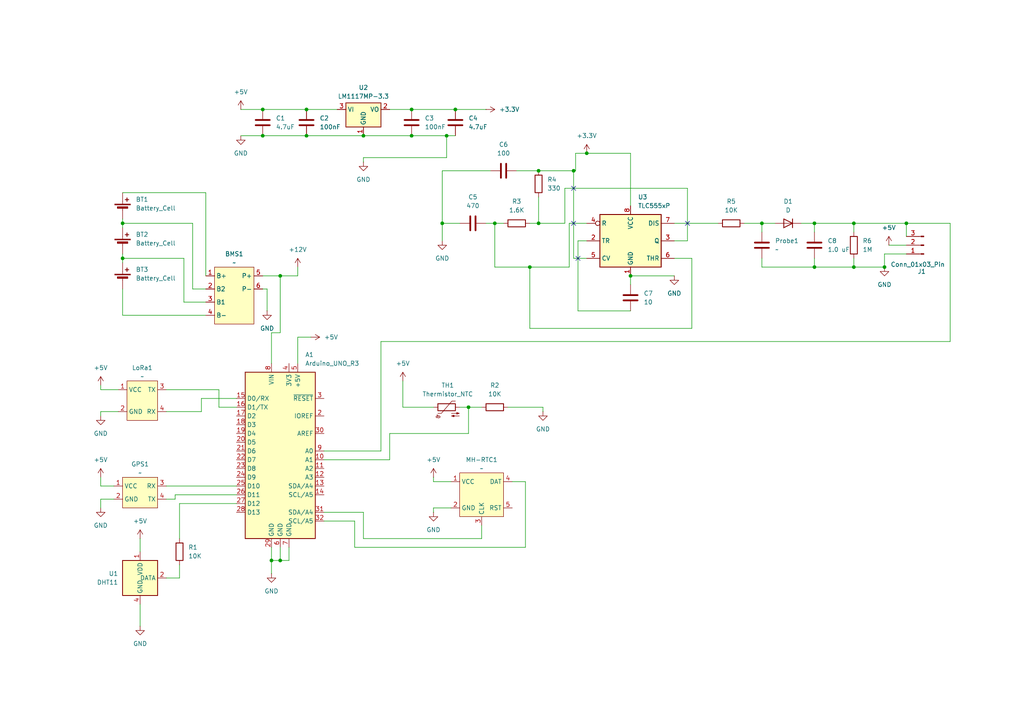
<source format=kicad_sch>
(kicad_sch
	(version 20250114)
	(generator "eeschema")
	(generator_version "9.0")
	(uuid "8a497e46-1b16-450e-8d4a-ff10d23e63ed")
	(paper "A4")
	(title_block
		(title "Wireless Arduino Soil Moisture Sensor")
		(date "2025-05-22")
		(rev "1.00")
		(company "Hauraki Plains College")
	)
	(lib_symbols
		(symbol "Connector:Conn_01x03_Pin"
			(pin_names
				(offset 1.016)
				(hide yes)
			)
			(exclude_from_sim no)
			(in_bom yes)
			(on_board yes)
			(property "Reference" "J"
				(at 0 5.08 0)
				(effects
					(font
						(size 1.27 1.27)
					)
				)
			)
			(property "Value" "Conn_01x03_Pin"
				(at 0 -5.08 0)
				(effects
					(font
						(size 1.27 1.27)
					)
				)
			)
			(property "Footprint" ""
				(at 0 0 0)
				(effects
					(font
						(size 1.27 1.27)
					)
					(hide yes)
				)
			)
			(property "Datasheet" "~"
				(at 0 0 0)
				(effects
					(font
						(size 1.27 1.27)
					)
					(hide yes)
				)
			)
			(property "Description" "Generic connector, single row, 01x03, script generated"
				(at 0 0 0)
				(effects
					(font
						(size 1.27 1.27)
					)
					(hide yes)
				)
			)
			(property "ki_locked" ""
				(at 0 0 0)
				(effects
					(font
						(size 1.27 1.27)
					)
				)
			)
			(property "ki_keywords" "connector"
				(at 0 0 0)
				(effects
					(font
						(size 1.27 1.27)
					)
					(hide yes)
				)
			)
			(property "ki_fp_filters" "Connector*:*_1x??_*"
				(at 0 0 0)
				(effects
					(font
						(size 1.27 1.27)
					)
					(hide yes)
				)
			)
			(symbol "Conn_01x03_Pin_1_1"
				(rectangle
					(start 0.8636 2.667)
					(end 0 2.413)
					(stroke
						(width 0.1524)
						(type default)
					)
					(fill
						(type outline)
					)
				)
				(rectangle
					(start 0.8636 0.127)
					(end 0 -0.127)
					(stroke
						(width 0.1524)
						(type default)
					)
					(fill
						(type outline)
					)
				)
				(rectangle
					(start 0.8636 -2.413)
					(end 0 -2.667)
					(stroke
						(width 0.1524)
						(type default)
					)
					(fill
						(type outline)
					)
				)
				(polyline
					(pts
						(xy 1.27 2.54) (xy 0.8636 2.54)
					)
					(stroke
						(width 0.1524)
						(type default)
					)
					(fill
						(type none)
					)
				)
				(polyline
					(pts
						(xy 1.27 0) (xy 0.8636 0)
					)
					(stroke
						(width 0.1524)
						(type default)
					)
					(fill
						(type none)
					)
				)
				(polyline
					(pts
						(xy 1.27 -2.54) (xy 0.8636 -2.54)
					)
					(stroke
						(width 0.1524)
						(type default)
					)
					(fill
						(type none)
					)
				)
				(pin passive line
					(at 5.08 2.54 180)
					(length 3.81)
					(name "Pin_1"
						(effects
							(font
								(size 1.27 1.27)
							)
						)
					)
					(number "1"
						(effects
							(font
								(size 1.27 1.27)
							)
						)
					)
				)
				(pin passive line
					(at 5.08 0 180)
					(length 3.81)
					(name "Pin_2"
						(effects
							(font
								(size 1.27 1.27)
							)
						)
					)
					(number "2"
						(effects
							(font
								(size 1.27 1.27)
							)
						)
					)
				)
				(pin passive line
					(at 5.08 -2.54 180)
					(length 3.81)
					(name "Pin_3"
						(effects
							(font
								(size 1.27 1.27)
							)
						)
					)
					(number "3"
						(effects
							(font
								(size 1.27 1.27)
							)
						)
					)
				)
			)
			(embedded_fonts no)
		)
		(symbol "Custom_library:FIT0869"
			(exclude_from_sim no)
			(in_bom yes)
			(on_board yes)
			(property "Reference" "BMS"
				(at 8.255 7.62 0)
				(effects
					(font
						(size 1.27 1.27)
					)
				)
			)
			(property "Value" "~"
				(at 8.255 5.08 0)
				(effects
					(font
						(size 1.27 1.27)
					)
				)
			)
			(property "Footprint" ""
				(at 0 0 0)
				(effects
					(font
						(size 1.27 1.27)
					)
					(hide yes)
				)
			)
			(property "Datasheet" ""
				(at 0 0 0)
				(effects
					(font
						(size 1.27 1.27)
					)
					(hide yes)
				)
			)
			(property "Description" ""
				(at 0 0 0)
				(effects
					(font
						(size 1.27 1.27)
					)
					(hide yes)
				)
			)
			(symbol "FIT0869_1_1"
				(rectangle
					(start 2.54 3.81)
					(end 13.97 -12.7)
					(stroke
						(width 0)
						(type solid)
					)
					(fill
						(type background)
					)
				)
				(pin bidirectional line
					(at 0 1.27 0)
					(length 2.54)
					(name "B+"
						(effects
							(font
								(size 1.27 1.27)
							)
						)
					)
					(number "1"
						(effects
							(font
								(size 1.27 1.27)
							)
						)
					)
				)
				(pin bidirectional line
					(at 0 -2.54 0)
					(length 2.54)
					(name "B2"
						(effects
							(font
								(size 1.27 1.27)
							)
						)
					)
					(number "2"
						(effects
							(font
								(size 1.27 1.27)
							)
						)
					)
				)
				(pin bidirectional line
					(at 0 -6.35 0)
					(length 2.54)
					(name "B1"
						(effects
							(font
								(size 1.27 1.27)
							)
						)
					)
					(number "3"
						(effects
							(font
								(size 1.27 1.27)
							)
						)
					)
				)
				(pin bidirectional line
					(at 0 -10.16 0)
					(length 2.54)
					(name "B-"
						(effects
							(font
								(size 1.27 1.27)
							)
						)
					)
					(number "4"
						(effects
							(font
								(size 1.27 1.27)
							)
						)
					)
				)
				(pin bidirectional line
					(at 16.51 1.27 180)
					(length 2.54)
					(name "P+"
						(effects
							(font
								(size 1.27 1.27)
							)
						)
					)
					(number "5"
						(effects
							(font
								(size 1.27 1.27)
							)
						)
					)
				)
				(pin bidirectional line
					(at 16.51 -2.54 180)
					(length 2.54)
					(name "P-"
						(effects
							(font
								(size 1.27 1.27)
							)
						)
					)
					(number "6"
						(effects
							(font
								(size 1.27 1.27)
							)
						)
					)
				)
			)
			(embedded_fonts no)
		)
		(symbol "Custom_library:GPS_Air350"
			(exclude_from_sim no)
			(in_bom yes)
			(on_board yes)
			(property "Reference" "U"
				(at 0 0 0)
				(effects
					(font
						(size 1.27 1.27)
					)
				)
			)
			(property "Value" ""
				(at 0 0 0)
				(effects
					(font
						(size 1.27 1.27)
					)
				)
			)
			(property "Footprint" ""
				(at 0 0 0)
				(effects
					(font
						(size 1.27 1.27)
					)
					(hide yes)
				)
			)
			(property "Datasheet" ""
				(at 0 0 0)
				(effects
					(font
						(size 1.27 1.27)
					)
					(hide yes)
				)
			)
			(property "Description" ""
				(at 0 0 0)
				(effects
					(font
						(size 1.27 1.27)
					)
					(hide yes)
				)
			)
			(symbol "GPS_Air350_1_1"
				(rectangle
					(start -6.35 0)
					(end 3.81 -8.89)
					(stroke
						(width 0)
						(type solid)
					)
					(fill
						(type background)
					)
				)
				(pin input line
					(at -8.89 -2.54 0)
					(length 2.54)
					(name "VCC"
						(effects
							(font
								(size 1.27 1.27)
							)
						)
					)
					(number "1"
						(effects
							(font
								(size 1.27 1.27)
							)
						)
					)
				)
				(pin input line
					(at -8.89 -6.35 0)
					(length 2.54)
					(name "GND"
						(effects
							(font
								(size 1.27 1.27)
							)
						)
					)
					(number "2"
						(effects
							(font
								(size 1.27 1.27)
							)
						)
					)
				)
				(pin bidirectional line
					(at 6.35 -2.54 180)
					(length 2.54)
					(name "RX"
						(effects
							(font
								(size 1.27 1.27)
							)
						)
					)
					(number "3"
						(effects
							(font
								(size 1.27 1.27)
							)
						)
					)
				)
				(pin bidirectional line
					(at 6.35 -6.35 180)
					(length 2.54)
					(name "TX"
						(effects
							(font
								(size 1.27 1.27)
							)
						)
					)
					(number "4"
						(effects
							(font
								(size 1.27 1.27)
							)
						)
					)
				)
			)
			(embedded_fonts no)
		)
		(symbol "Custom_library:LoRa"
			(exclude_from_sim no)
			(in_bom yes)
			(on_board yes)
			(property "Reference" "U"
				(at 0 0 0)
				(effects
					(font
						(size 1.27 1.27)
					)
				)
			)
			(property "Value" ""
				(at 0 0 0)
				(effects
					(font
						(size 1.27 1.27)
					)
				)
			)
			(property "Footprint" ""
				(at 0 0 0)
				(effects
					(font
						(size 1.27 1.27)
					)
					(hide yes)
				)
			)
			(property "Datasheet" ""
				(at 0 0 0)
				(effects
					(font
						(size 1.27 1.27)
					)
					(hide yes)
				)
			)
			(property "Description" ""
				(at 0 0 0)
				(effects
					(font
						(size 1.27 1.27)
					)
					(hide yes)
				)
			)
			(symbol "LoRa_1_1"
				(rectangle
					(start 2.54 5.08)
					(end 11.43 -6.35)
					(stroke
						(width 0)
						(type solid)
					)
					(fill
						(type background)
					)
				)
				(pin input line
					(at 0 2.54 0)
					(length 2.54)
					(name "VCC"
						(effects
							(font
								(size 1.27 1.27)
							)
						)
					)
					(number "1"
						(effects
							(font
								(size 1.27 1.27)
							)
						)
					)
				)
				(pin input line
					(at 0 -3.81 0)
					(length 2.54)
					(name "GND"
						(effects
							(font
								(size 1.27 1.27)
							)
						)
					)
					(number "2"
						(effects
							(font
								(size 1.27 1.27)
							)
						)
					)
				)
				(pin bidirectional line
					(at 13.97 2.54 180)
					(length 2.54)
					(name "TX"
						(effects
							(font
								(size 1.27 1.27)
							)
						)
					)
					(number "3"
						(effects
							(font
								(size 1.27 1.27)
							)
						)
					)
				)
				(pin bidirectional line
					(at 13.97 -3.81 180)
					(length 2.54)
					(name "RX"
						(effects
							(font
								(size 1.27 1.27)
							)
						)
					)
					(number "4"
						(effects
							(font
								(size 1.27 1.27)
							)
						)
					)
				)
			)
			(embedded_fonts no)
		)
		(symbol "Custom_library:MH-RTC"
			(exclude_from_sim no)
			(in_bom yes)
			(on_board yes)
			(property "Reference" "U"
				(at 0 4.572 0)
				(effects
					(font
						(size 1.27 1.27)
					)
				)
			)
			(property "Value" ""
				(at 0 0 0)
				(effects
					(font
						(size 1.27 1.27)
					)
				)
			)
			(property "Footprint" ""
				(at 0 0 0)
				(effects
					(font
						(size 1.27 1.27)
					)
					(hide yes)
				)
			)
			(property "Datasheet" ""
				(at 0 0 0)
				(effects
					(font
						(size 1.27 1.27)
					)
					(hide yes)
				)
			)
			(property "Description" ""
				(at 0 0 0)
				(effects
					(font
						(size 1.27 1.27)
					)
					(hide yes)
				)
			)
			(symbol "MH-RTC_1_1"
				(rectangle
					(start -6.35 6.35)
					(end 6.35 -6.35)
					(stroke
						(width 0)
						(type solid)
					)
					(fill
						(type background)
					)
				)
				(pin input line
					(at -8.89 3.81 0)
					(length 2.54)
					(name "VCC"
						(effects
							(font
								(size 1.27 1.27)
							)
						)
					)
					(number "1"
						(effects
							(font
								(size 1.27 1.27)
							)
						)
					)
				)
				(pin input line
					(at -8.89 -3.81 0)
					(length 2.54)
					(name "GND"
						(effects
							(font
								(size 1.27 1.27)
							)
						)
					)
					(number "2"
						(effects
							(font
								(size 1.27 1.27)
							)
						)
					)
				)
				(pin bidirectional line
					(at 0 -8.89 90)
					(length 2.54)
					(name "CLK"
						(effects
							(font
								(size 1.27 1.27)
							)
						)
					)
					(number "3"
						(effects
							(font
								(size 1.27 1.27)
							)
						)
					)
				)
				(pin bidirectional line
					(at 8.89 3.81 180)
					(length 2.54)
					(name "DAT"
						(effects
							(font
								(size 1.27 1.27)
							)
						)
					)
					(number "4"
						(effects
							(font
								(size 1.27 1.27)
							)
						)
					)
				)
				(pin bidirectional line
					(at 8.89 -3.81 180)
					(length 2.54)
					(name "RST"
						(effects
							(font
								(size 1.27 1.27)
							)
						)
					)
					(number "5"
						(effects
							(font
								(size 1.27 1.27)
							)
						)
					)
				)
			)
			(embedded_fonts no)
		)
		(symbol "Device:Battery_Cell"
			(pin_numbers
				(hide yes)
			)
			(pin_names
				(offset 0)
				(hide yes)
			)
			(exclude_from_sim no)
			(in_bom yes)
			(on_board yes)
			(property "Reference" "BT"
				(at 2.54 2.54 0)
				(effects
					(font
						(size 1.27 1.27)
					)
					(justify left)
				)
			)
			(property "Value" "Battery_Cell"
				(at 2.54 0 0)
				(effects
					(font
						(size 1.27 1.27)
					)
					(justify left)
				)
			)
			(property "Footprint" ""
				(at 0 1.524 90)
				(effects
					(font
						(size 1.27 1.27)
					)
					(hide yes)
				)
			)
			(property "Datasheet" "~"
				(at 0 1.524 90)
				(effects
					(font
						(size 1.27 1.27)
					)
					(hide yes)
				)
			)
			(property "Description" "Single-cell battery"
				(at 0 0 0)
				(effects
					(font
						(size 1.27 1.27)
					)
					(hide yes)
				)
			)
			(property "ki_keywords" "battery cell"
				(at 0 0 0)
				(effects
					(font
						(size 1.27 1.27)
					)
					(hide yes)
				)
			)
			(symbol "Battery_Cell_0_1"
				(rectangle
					(start -2.286 1.778)
					(end 2.286 1.524)
					(stroke
						(width 0)
						(type default)
					)
					(fill
						(type outline)
					)
				)
				(rectangle
					(start -1.524 1.016)
					(end 1.524 0.508)
					(stroke
						(width 0)
						(type default)
					)
					(fill
						(type outline)
					)
				)
				(polyline
					(pts
						(xy 0 1.778) (xy 0 2.54)
					)
					(stroke
						(width 0)
						(type default)
					)
					(fill
						(type none)
					)
				)
				(polyline
					(pts
						(xy 0 0.762) (xy 0 0)
					)
					(stroke
						(width 0)
						(type default)
					)
					(fill
						(type none)
					)
				)
				(polyline
					(pts
						(xy 0.762 3.048) (xy 1.778 3.048)
					)
					(stroke
						(width 0.254)
						(type default)
					)
					(fill
						(type none)
					)
				)
				(polyline
					(pts
						(xy 1.27 3.556) (xy 1.27 2.54)
					)
					(stroke
						(width 0.254)
						(type default)
					)
					(fill
						(type none)
					)
				)
			)
			(symbol "Battery_Cell_1_1"
				(pin passive line
					(at 0 5.08 270)
					(length 2.54)
					(name "+"
						(effects
							(font
								(size 1.27 1.27)
							)
						)
					)
					(number "1"
						(effects
							(font
								(size 1.27 1.27)
							)
						)
					)
				)
				(pin passive line
					(at 0 -2.54 90)
					(length 2.54)
					(name "-"
						(effects
							(font
								(size 1.27 1.27)
							)
						)
					)
					(number "2"
						(effects
							(font
								(size 1.27 1.27)
							)
						)
					)
				)
			)
			(embedded_fonts no)
		)
		(symbol "Device:C"
			(pin_numbers
				(hide yes)
			)
			(pin_names
				(offset 0.254)
			)
			(exclude_from_sim no)
			(in_bom yes)
			(on_board yes)
			(property "Reference" "C"
				(at 0.635 2.54 0)
				(effects
					(font
						(size 1.27 1.27)
					)
					(justify left)
				)
			)
			(property "Value" "C"
				(at 0.635 -2.54 0)
				(effects
					(font
						(size 1.27 1.27)
					)
					(justify left)
				)
			)
			(property "Footprint" ""
				(at 0.9652 -3.81 0)
				(effects
					(font
						(size 1.27 1.27)
					)
					(hide yes)
				)
			)
			(property "Datasheet" "~"
				(at 0 0 0)
				(effects
					(font
						(size 1.27 1.27)
					)
					(hide yes)
				)
			)
			(property "Description" "Unpolarized capacitor"
				(at 0 0 0)
				(effects
					(font
						(size 1.27 1.27)
					)
					(hide yes)
				)
			)
			(property "ki_keywords" "cap capacitor"
				(at 0 0 0)
				(effects
					(font
						(size 1.27 1.27)
					)
					(hide yes)
				)
			)
			(property "ki_fp_filters" "C_*"
				(at 0 0 0)
				(effects
					(font
						(size 1.27 1.27)
					)
					(hide yes)
				)
			)
			(symbol "C_0_1"
				(polyline
					(pts
						(xy -2.032 0.762) (xy 2.032 0.762)
					)
					(stroke
						(width 0.508)
						(type default)
					)
					(fill
						(type none)
					)
				)
				(polyline
					(pts
						(xy -2.032 -0.762) (xy 2.032 -0.762)
					)
					(stroke
						(width 0.508)
						(type default)
					)
					(fill
						(type none)
					)
				)
			)
			(symbol "C_1_1"
				(pin passive line
					(at 0 3.81 270)
					(length 2.794)
					(name "~"
						(effects
							(font
								(size 1.27 1.27)
							)
						)
					)
					(number "1"
						(effects
							(font
								(size 1.27 1.27)
							)
						)
					)
				)
				(pin passive line
					(at 0 -3.81 90)
					(length 2.794)
					(name "~"
						(effects
							(font
								(size 1.27 1.27)
							)
						)
					)
					(number "2"
						(effects
							(font
								(size 1.27 1.27)
							)
						)
					)
				)
			)
			(embedded_fonts no)
		)
		(symbol "Device:D"
			(pin_numbers
				(hide yes)
			)
			(pin_names
				(offset 1.016)
				(hide yes)
			)
			(exclude_from_sim no)
			(in_bom yes)
			(on_board yes)
			(property "Reference" "D"
				(at 0 2.54 0)
				(effects
					(font
						(size 1.27 1.27)
					)
				)
			)
			(property "Value" "D"
				(at 0 -2.54 0)
				(effects
					(font
						(size 1.27 1.27)
					)
				)
			)
			(property "Footprint" ""
				(at 0 0 0)
				(effects
					(font
						(size 1.27 1.27)
					)
					(hide yes)
				)
			)
			(property "Datasheet" "~"
				(at 0 0 0)
				(effects
					(font
						(size 1.27 1.27)
					)
					(hide yes)
				)
			)
			(property "Description" "Diode"
				(at 0 0 0)
				(effects
					(font
						(size 1.27 1.27)
					)
					(hide yes)
				)
			)
			(property "Sim.Device" "D"
				(at 0 0 0)
				(effects
					(font
						(size 1.27 1.27)
					)
					(hide yes)
				)
			)
			(property "Sim.Pins" "1=K 2=A"
				(at 0 0 0)
				(effects
					(font
						(size 1.27 1.27)
					)
					(hide yes)
				)
			)
			(property "ki_keywords" "diode"
				(at 0 0 0)
				(effects
					(font
						(size 1.27 1.27)
					)
					(hide yes)
				)
			)
			(property "ki_fp_filters" "TO-???* *_Diode_* *SingleDiode* D_*"
				(at 0 0 0)
				(effects
					(font
						(size 1.27 1.27)
					)
					(hide yes)
				)
			)
			(symbol "D_0_1"
				(polyline
					(pts
						(xy -1.27 1.27) (xy -1.27 -1.27)
					)
					(stroke
						(width 0.254)
						(type default)
					)
					(fill
						(type none)
					)
				)
				(polyline
					(pts
						(xy 1.27 1.27) (xy 1.27 -1.27) (xy -1.27 0) (xy 1.27 1.27)
					)
					(stroke
						(width 0.254)
						(type default)
					)
					(fill
						(type none)
					)
				)
				(polyline
					(pts
						(xy 1.27 0) (xy -1.27 0)
					)
					(stroke
						(width 0)
						(type default)
					)
					(fill
						(type none)
					)
				)
			)
			(symbol "D_1_1"
				(pin passive line
					(at -3.81 0 0)
					(length 2.54)
					(name "K"
						(effects
							(font
								(size 1.27 1.27)
							)
						)
					)
					(number "1"
						(effects
							(font
								(size 1.27 1.27)
							)
						)
					)
				)
				(pin passive line
					(at 3.81 0 180)
					(length 2.54)
					(name "A"
						(effects
							(font
								(size 1.27 1.27)
							)
						)
					)
					(number "2"
						(effects
							(font
								(size 1.27 1.27)
							)
						)
					)
				)
			)
			(embedded_fonts no)
		)
		(symbol "Device:R"
			(pin_numbers
				(hide yes)
			)
			(pin_names
				(offset 0)
			)
			(exclude_from_sim no)
			(in_bom yes)
			(on_board yes)
			(property "Reference" "R"
				(at 2.032 0 90)
				(effects
					(font
						(size 1.27 1.27)
					)
				)
			)
			(property "Value" "R"
				(at 0 0 90)
				(effects
					(font
						(size 1.27 1.27)
					)
				)
			)
			(property "Footprint" ""
				(at -1.778 0 90)
				(effects
					(font
						(size 1.27 1.27)
					)
					(hide yes)
				)
			)
			(property "Datasheet" "~"
				(at 0 0 0)
				(effects
					(font
						(size 1.27 1.27)
					)
					(hide yes)
				)
			)
			(property "Description" "Resistor"
				(at 0 0 0)
				(effects
					(font
						(size 1.27 1.27)
					)
					(hide yes)
				)
			)
			(property "ki_keywords" "R res resistor"
				(at 0 0 0)
				(effects
					(font
						(size 1.27 1.27)
					)
					(hide yes)
				)
			)
			(property "ki_fp_filters" "R_*"
				(at 0 0 0)
				(effects
					(font
						(size 1.27 1.27)
					)
					(hide yes)
				)
			)
			(symbol "R_0_1"
				(rectangle
					(start -1.016 -2.54)
					(end 1.016 2.54)
					(stroke
						(width 0.254)
						(type default)
					)
					(fill
						(type none)
					)
				)
			)
			(symbol "R_1_1"
				(pin passive line
					(at 0 3.81 270)
					(length 1.27)
					(name "~"
						(effects
							(font
								(size 1.27 1.27)
							)
						)
					)
					(number "1"
						(effects
							(font
								(size 1.27 1.27)
							)
						)
					)
				)
				(pin passive line
					(at 0 -3.81 90)
					(length 1.27)
					(name "~"
						(effects
							(font
								(size 1.27 1.27)
							)
						)
					)
					(number "2"
						(effects
							(font
								(size 1.27 1.27)
							)
						)
					)
				)
			)
			(embedded_fonts no)
		)
		(symbol "Device:Thermistor_NTC"
			(pin_numbers
				(hide yes)
			)
			(pin_names
				(offset 0)
			)
			(exclude_from_sim no)
			(in_bom yes)
			(on_board yes)
			(property "Reference" "TH"
				(at -4.445 0 90)
				(effects
					(font
						(size 1.27 1.27)
					)
				)
			)
			(property "Value" "Thermistor_NTC"
				(at 3.175 0 90)
				(effects
					(font
						(size 1.27 1.27)
					)
				)
			)
			(property "Footprint" ""
				(at 0 1.27 0)
				(effects
					(font
						(size 1.27 1.27)
					)
					(hide yes)
				)
			)
			(property "Datasheet" "~"
				(at 0 1.27 0)
				(effects
					(font
						(size 1.27 1.27)
					)
					(hide yes)
				)
			)
			(property "Description" "Temperature dependent resistor, negative temperature coefficient"
				(at 0 0 0)
				(effects
					(font
						(size 1.27 1.27)
					)
					(hide yes)
				)
			)
			(property "ki_keywords" "thermistor NTC resistor sensor RTD"
				(at 0 0 0)
				(effects
					(font
						(size 1.27 1.27)
					)
					(hide yes)
				)
			)
			(property "ki_fp_filters" "*NTC* *Thermistor* PIN?ARRAY* bornier* *Terminal?Block* R_*"
				(at 0 0 0)
				(effects
					(font
						(size 1.27 1.27)
					)
					(hide yes)
				)
			)
			(symbol "Thermistor_NTC_0_1"
				(arc
					(start -3.175 2.413)
					(mid -3.0506 2.3165)
					(end -3.048 2.159)
					(stroke
						(width 0)
						(type default)
					)
					(fill
						(type none)
					)
				)
				(arc
					(start -3.048 2.794)
					(mid -2.9736 2.9736)
					(end -2.794 3.048)
					(stroke
						(width 0)
						(type default)
					)
					(fill
						(type none)
					)
				)
				(arc
					(start -2.794 3.048)
					(mid -2.6144 2.9736)
					(end -2.54 2.794)
					(stroke
						(width 0)
						(type default)
					)
					(fill
						(type none)
					)
				)
				(arc
					(start -2.794 2.54)
					(mid -2.9736 2.6144)
					(end -3.048 2.794)
					(stroke
						(width 0)
						(type default)
					)
					(fill
						(type none)
					)
				)
				(arc
					(start -2.794 1.905)
					(mid -2.9736 1.9794)
					(end -3.048 2.159)
					(stroke
						(width 0)
						(type default)
					)
					(fill
						(type none)
					)
				)
				(arc
					(start -2.54 2.159)
					(mid -2.6144 1.9794)
					(end -2.794 1.905)
					(stroke
						(width 0)
						(type default)
					)
					(fill
						(type none)
					)
				)
				(arc
					(start -2.159 2.794)
					(mid -2.434 2.5608)
					(end -2.794 2.54)
					(stroke
						(width 0)
						(type default)
					)
					(fill
						(type none)
					)
				)
				(polyline
					(pts
						(xy -2.54 2.159) (xy -2.54 2.794)
					)
					(stroke
						(width 0)
						(type default)
					)
					(fill
						(type none)
					)
				)
				(polyline
					(pts
						(xy -2.54 -3.683) (xy -2.54 -1.397) (xy -2.794 -2.159) (xy -2.286 -2.159) (xy -2.54 -1.397) (xy -2.54 -1.651)
					)
					(stroke
						(width 0)
						(type default)
					)
					(fill
						(type outline)
					)
				)
				(polyline
					(pts
						(xy -1.778 2.54) (xy -1.778 1.524) (xy 1.778 -1.524) (xy 1.778 -2.54)
					)
					(stroke
						(width 0)
						(type default)
					)
					(fill
						(type none)
					)
				)
				(polyline
					(pts
						(xy -1.778 -1.397) (xy -1.778 -3.683) (xy -2.032 -2.921) (xy -1.524 -2.921) (xy -1.778 -3.683)
						(xy -1.778 -3.429)
					)
					(stroke
						(width 0)
						(type default)
					)
					(fill
						(type outline)
					)
				)
				(rectangle
					(start -1.016 2.54)
					(end 1.016 -2.54)
					(stroke
						(width 0.254)
						(type default)
					)
					(fill
						(type none)
					)
				)
			)
			(symbol "Thermistor_NTC_1_1"
				(pin passive line
					(at 0 3.81 270)
					(length 1.27)
					(name "~"
						(effects
							(font
								(size 1.27 1.27)
							)
						)
					)
					(number "1"
						(effects
							(font
								(size 1.27 1.27)
							)
						)
					)
				)
				(pin passive line
					(at 0 -3.81 90)
					(length 1.27)
					(name "~"
						(effects
							(font
								(size 1.27 1.27)
							)
						)
					)
					(number "2"
						(effects
							(font
								(size 1.27 1.27)
							)
						)
					)
				)
			)
			(embedded_fonts no)
		)
		(symbol "MCU_Module:Arduino_UNO_R3"
			(exclude_from_sim no)
			(in_bom yes)
			(on_board yes)
			(property "Reference" "A"
				(at -10.16 23.495 0)
				(effects
					(font
						(size 1.27 1.27)
					)
					(justify left bottom)
				)
			)
			(property "Value" "Arduino_UNO_R3"
				(at 5.08 -26.67 0)
				(effects
					(font
						(size 1.27 1.27)
					)
					(justify left top)
				)
			)
			(property "Footprint" "Module:Arduino_UNO_R3"
				(at 0 0 0)
				(effects
					(font
						(size 1.27 1.27)
						(italic yes)
					)
					(hide yes)
				)
			)
			(property "Datasheet" "https://www.arduino.cc/en/Main/arduinoBoardUno"
				(at 0 0 0)
				(effects
					(font
						(size 1.27 1.27)
					)
					(hide yes)
				)
			)
			(property "Description" "Arduino UNO Microcontroller Module, release 3"
				(at 0 0 0)
				(effects
					(font
						(size 1.27 1.27)
					)
					(hide yes)
				)
			)
			(property "ki_keywords" "Arduino UNO R3 Microcontroller Module Atmel AVR USB"
				(at 0 0 0)
				(effects
					(font
						(size 1.27 1.27)
					)
					(hide yes)
				)
			)
			(property "ki_fp_filters" "Arduino*UNO*R3*"
				(at 0 0 0)
				(effects
					(font
						(size 1.27 1.27)
					)
					(hide yes)
				)
			)
			(symbol "Arduino_UNO_R3_0_1"
				(rectangle
					(start -10.16 22.86)
					(end 10.16 -25.4)
					(stroke
						(width 0.254)
						(type default)
					)
					(fill
						(type background)
					)
				)
			)
			(symbol "Arduino_UNO_R3_1_1"
				(pin bidirectional line
					(at -12.7 15.24 0)
					(length 2.54)
					(name "D0/RX"
						(effects
							(font
								(size 1.27 1.27)
							)
						)
					)
					(number "15"
						(effects
							(font
								(size 1.27 1.27)
							)
						)
					)
				)
				(pin bidirectional line
					(at -12.7 12.7 0)
					(length 2.54)
					(name "D1/TX"
						(effects
							(font
								(size 1.27 1.27)
							)
						)
					)
					(number "16"
						(effects
							(font
								(size 1.27 1.27)
							)
						)
					)
				)
				(pin bidirectional line
					(at -12.7 10.16 0)
					(length 2.54)
					(name "D2"
						(effects
							(font
								(size 1.27 1.27)
							)
						)
					)
					(number "17"
						(effects
							(font
								(size 1.27 1.27)
							)
						)
					)
				)
				(pin bidirectional line
					(at -12.7 7.62 0)
					(length 2.54)
					(name "D3"
						(effects
							(font
								(size 1.27 1.27)
							)
						)
					)
					(number "18"
						(effects
							(font
								(size 1.27 1.27)
							)
						)
					)
				)
				(pin bidirectional line
					(at -12.7 5.08 0)
					(length 2.54)
					(name "D4"
						(effects
							(font
								(size 1.27 1.27)
							)
						)
					)
					(number "19"
						(effects
							(font
								(size 1.27 1.27)
							)
						)
					)
				)
				(pin bidirectional line
					(at -12.7 2.54 0)
					(length 2.54)
					(name "D5"
						(effects
							(font
								(size 1.27 1.27)
							)
						)
					)
					(number "20"
						(effects
							(font
								(size 1.27 1.27)
							)
						)
					)
				)
				(pin bidirectional line
					(at -12.7 0 0)
					(length 2.54)
					(name "D6"
						(effects
							(font
								(size 1.27 1.27)
							)
						)
					)
					(number "21"
						(effects
							(font
								(size 1.27 1.27)
							)
						)
					)
				)
				(pin bidirectional line
					(at -12.7 -2.54 0)
					(length 2.54)
					(name "D7"
						(effects
							(font
								(size 1.27 1.27)
							)
						)
					)
					(number "22"
						(effects
							(font
								(size 1.27 1.27)
							)
						)
					)
				)
				(pin bidirectional line
					(at -12.7 -5.08 0)
					(length 2.54)
					(name "D8"
						(effects
							(font
								(size 1.27 1.27)
							)
						)
					)
					(number "23"
						(effects
							(font
								(size 1.27 1.27)
							)
						)
					)
				)
				(pin bidirectional line
					(at -12.7 -7.62 0)
					(length 2.54)
					(name "D9"
						(effects
							(font
								(size 1.27 1.27)
							)
						)
					)
					(number "24"
						(effects
							(font
								(size 1.27 1.27)
							)
						)
					)
				)
				(pin bidirectional line
					(at -12.7 -10.16 0)
					(length 2.54)
					(name "D10"
						(effects
							(font
								(size 1.27 1.27)
							)
						)
					)
					(number "25"
						(effects
							(font
								(size 1.27 1.27)
							)
						)
					)
				)
				(pin bidirectional line
					(at -12.7 -12.7 0)
					(length 2.54)
					(name "D11"
						(effects
							(font
								(size 1.27 1.27)
							)
						)
					)
					(number "26"
						(effects
							(font
								(size 1.27 1.27)
							)
						)
					)
				)
				(pin bidirectional line
					(at -12.7 -15.24 0)
					(length 2.54)
					(name "D12"
						(effects
							(font
								(size 1.27 1.27)
							)
						)
					)
					(number "27"
						(effects
							(font
								(size 1.27 1.27)
							)
						)
					)
				)
				(pin bidirectional line
					(at -12.7 -17.78 0)
					(length 2.54)
					(name "D13"
						(effects
							(font
								(size 1.27 1.27)
							)
						)
					)
					(number "28"
						(effects
							(font
								(size 1.27 1.27)
							)
						)
					)
				)
				(pin no_connect line
					(at -10.16 -20.32 0)
					(length 2.54)
					(hide yes)
					(name "NC"
						(effects
							(font
								(size 1.27 1.27)
							)
						)
					)
					(number "1"
						(effects
							(font
								(size 1.27 1.27)
							)
						)
					)
				)
				(pin power_in line
					(at -2.54 25.4 270)
					(length 2.54)
					(name "VIN"
						(effects
							(font
								(size 1.27 1.27)
							)
						)
					)
					(number "8"
						(effects
							(font
								(size 1.27 1.27)
							)
						)
					)
				)
				(pin power_in line
					(at -2.54 -27.94 90)
					(length 2.54)
					(name "GND"
						(effects
							(font
								(size 1.27 1.27)
							)
						)
					)
					(number "29"
						(effects
							(font
								(size 1.27 1.27)
							)
						)
					)
				)
				(pin power_in line
					(at 0 -27.94 90)
					(length 2.54)
					(name "GND"
						(effects
							(font
								(size 1.27 1.27)
							)
						)
					)
					(number "6"
						(effects
							(font
								(size 1.27 1.27)
							)
						)
					)
				)
				(pin power_out line
					(at 2.54 25.4 270)
					(length 2.54)
					(name "3V3"
						(effects
							(font
								(size 1.27 1.27)
							)
						)
					)
					(number "4"
						(effects
							(font
								(size 1.27 1.27)
							)
						)
					)
				)
				(pin power_in line
					(at 2.54 -27.94 90)
					(length 2.54)
					(name "GND"
						(effects
							(font
								(size 1.27 1.27)
							)
						)
					)
					(number "7"
						(effects
							(font
								(size 1.27 1.27)
							)
						)
					)
				)
				(pin power_out line
					(at 5.08 25.4 270)
					(length 2.54)
					(name "+5V"
						(effects
							(font
								(size 1.27 1.27)
							)
						)
					)
					(number "5"
						(effects
							(font
								(size 1.27 1.27)
							)
						)
					)
				)
				(pin input line
					(at 12.7 15.24 180)
					(length 2.54)
					(name "~{RESET}"
						(effects
							(font
								(size 1.27 1.27)
							)
						)
					)
					(number "3"
						(effects
							(font
								(size 1.27 1.27)
							)
						)
					)
				)
				(pin output line
					(at 12.7 10.16 180)
					(length 2.54)
					(name "IOREF"
						(effects
							(font
								(size 1.27 1.27)
							)
						)
					)
					(number "2"
						(effects
							(font
								(size 1.27 1.27)
							)
						)
					)
				)
				(pin input line
					(at 12.7 5.08 180)
					(length 2.54)
					(name "AREF"
						(effects
							(font
								(size 1.27 1.27)
							)
						)
					)
					(number "30"
						(effects
							(font
								(size 1.27 1.27)
							)
						)
					)
				)
				(pin bidirectional line
					(at 12.7 0 180)
					(length 2.54)
					(name "A0"
						(effects
							(font
								(size 1.27 1.27)
							)
						)
					)
					(number "9"
						(effects
							(font
								(size 1.27 1.27)
							)
						)
					)
				)
				(pin bidirectional line
					(at 12.7 -2.54 180)
					(length 2.54)
					(name "A1"
						(effects
							(font
								(size 1.27 1.27)
							)
						)
					)
					(number "10"
						(effects
							(font
								(size 1.27 1.27)
							)
						)
					)
				)
				(pin bidirectional line
					(at 12.7 -5.08 180)
					(length 2.54)
					(name "A2"
						(effects
							(font
								(size 1.27 1.27)
							)
						)
					)
					(number "11"
						(effects
							(font
								(size 1.27 1.27)
							)
						)
					)
				)
				(pin bidirectional line
					(at 12.7 -7.62 180)
					(length 2.54)
					(name "A3"
						(effects
							(font
								(size 1.27 1.27)
							)
						)
					)
					(number "12"
						(effects
							(font
								(size 1.27 1.27)
							)
						)
					)
				)
				(pin bidirectional line
					(at 12.7 -10.16 180)
					(length 2.54)
					(name "SDA/A4"
						(effects
							(font
								(size 1.27 1.27)
							)
						)
					)
					(number "13"
						(effects
							(font
								(size 1.27 1.27)
							)
						)
					)
				)
				(pin bidirectional line
					(at 12.7 -12.7 180)
					(length 2.54)
					(name "SCL/A5"
						(effects
							(font
								(size 1.27 1.27)
							)
						)
					)
					(number "14"
						(effects
							(font
								(size 1.27 1.27)
							)
						)
					)
				)
				(pin bidirectional line
					(at 12.7 -17.78 180)
					(length 2.54)
					(name "SDA/A4"
						(effects
							(font
								(size 1.27 1.27)
							)
						)
					)
					(number "31"
						(effects
							(font
								(size 1.27 1.27)
							)
						)
					)
				)
				(pin bidirectional line
					(at 12.7 -20.32 180)
					(length 2.54)
					(name "SCL/A5"
						(effects
							(font
								(size 1.27 1.27)
							)
						)
					)
					(number "32"
						(effects
							(font
								(size 1.27 1.27)
							)
						)
					)
				)
			)
			(embedded_fonts no)
		)
		(symbol "R_1"
			(pin_numbers
				(hide yes)
			)
			(pin_names
				(offset 0)
			)
			(exclude_from_sim no)
			(in_bom yes)
			(on_board yes)
			(property "Reference" "R"
				(at 2.032 0 90)
				(effects
					(font
						(size 1.27 1.27)
					)
				)
			)
			(property "Value" "R"
				(at 0 0 90)
				(effects
					(font
						(size 1.27 1.27)
					)
				)
			)
			(property "Footprint" ""
				(at -1.778 0 90)
				(effects
					(font
						(size 1.27 1.27)
					)
					(hide yes)
				)
			)
			(property "Datasheet" "~"
				(at 0 0 0)
				(effects
					(font
						(size 1.27 1.27)
					)
					(hide yes)
				)
			)
			(property "Description" "Resistor"
				(at 0 0 0)
				(effects
					(font
						(size 1.27 1.27)
					)
					(hide yes)
				)
			)
			(property "ki_keywords" "R res resistor"
				(at 0 0 0)
				(effects
					(font
						(size 1.27 1.27)
					)
					(hide yes)
				)
			)
			(property "ki_fp_filters" "R_*"
				(at 0 0 0)
				(effects
					(font
						(size 1.27 1.27)
					)
					(hide yes)
				)
			)
			(symbol "R_1_0_1"
				(rectangle
					(start -1.016 -2.54)
					(end 1.016 2.54)
					(stroke
						(width 0.254)
						(type default)
					)
					(fill
						(type none)
					)
				)
			)
			(symbol "R_1_1_1"
				(pin passive line
					(at 0 3.81 270)
					(length 1.27)
					(name "~"
						(effects
							(font
								(size 1.27 1.27)
							)
						)
					)
					(number "1"
						(effects
							(font
								(size 1.27 1.27)
							)
						)
					)
				)
				(pin passive line
					(at 0 -3.81 90)
					(length 1.27)
					(name "~"
						(effects
							(font
								(size 1.27 1.27)
							)
						)
					)
					(number "2"
						(effects
							(font
								(size 1.27 1.27)
							)
						)
					)
				)
			)
			(embedded_fonts no)
		)
		(symbol "Regulator_Linear:LM1117MP-3.3"
			(exclude_from_sim no)
			(in_bom yes)
			(on_board yes)
			(property "Reference" "U"
				(at -3.81 3.175 0)
				(effects
					(font
						(size 1.27 1.27)
					)
				)
			)
			(property "Value" "LM1117MP-3.3"
				(at 0 3.175 0)
				(effects
					(font
						(size 1.27 1.27)
					)
					(justify left)
				)
			)
			(property "Footprint" "Package_TO_SOT_SMD:SOT-223-3_TabPin2"
				(at 0 0 0)
				(effects
					(font
						(size 1.27 1.27)
					)
					(hide yes)
				)
			)
			(property "Datasheet" "http://www.ti.com/lit/ds/symlink/lm1117.pdf"
				(at 0 0 0)
				(effects
					(font
						(size 1.27 1.27)
					)
					(hide yes)
				)
			)
			(property "Description" "800mA Low-Dropout Linear Regulator, 3.3V fixed output, SOT-223"
				(at 0 0 0)
				(effects
					(font
						(size 1.27 1.27)
					)
					(hide yes)
				)
			)
			(property "ki_keywords" "linear regulator ldo fixed positive"
				(at 0 0 0)
				(effects
					(font
						(size 1.27 1.27)
					)
					(hide yes)
				)
			)
			(property "ki_fp_filters" "SOT?223*"
				(at 0 0 0)
				(effects
					(font
						(size 1.27 1.27)
					)
					(hide yes)
				)
			)
			(symbol "LM1117MP-3.3_0_1"
				(rectangle
					(start -5.08 -5.08)
					(end 5.08 1.905)
					(stroke
						(width 0.254)
						(type default)
					)
					(fill
						(type background)
					)
				)
			)
			(symbol "LM1117MP-3.3_1_1"
				(pin power_in line
					(at -7.62 0 0)
					(length 2.54)
					(name "VI"
						(effects
							(font
								(size 1.27 1.27)
							)
						)
					)
					(number "3"
						(effects
							(font
								(size 1.27 1.27)
							)
						)
					)
				)
				(pin power_in line
					(at 0 -7.62 90)
					(length 2.54)
					(name "GND"
						(effects
							(font
								(size 1.27 1.27)
							)
						)
					)
					(number "1"
						(effects
							(font
								(size 1.27 1.27)
							)
						)
					)
				)
				(pin power_out line
					(at 7.62 0 180)
					(length 2.54)
					(name "VO"
						(effects
							(font
								(size 1.27 1.27)
							)
						)
					)
					(number "2"
						(effects
							(font
								(size 1.27 1.27)
							)
						)
					)
				)
			)
			(embedded_fonts no)
		)
		(symbol "Sensor:DHT11"
			(exclude_from_sim no)
			(in_bom yes)
			(on_board yes)
			(property "Reference" "U"
				(at -3.81 6.35 0)
				(effects
					(font
						(size 1.27 1.27)
					)
				)
			)
			(property "Value" "DHT11"
				(at 3.81 6.35 0)
				(effects
					(font
						(size 1.27 1.27)
					)
				)
			)
			(property "Footprint" "Sensor:Aosong_DHT11_5.5x12.0_P2.54mm"
				(at 0 -10.16 0)
				(effects
					(font
						(size 1.27 1.27)
					)
					(hide yes)
				)
			)
			(property "Datasheet" "http://akizukidenshi.com/download/ds/aosong/DHT11.pdf"
				(at 3.81 6.35 0)
				(effects
					(font
						(size 1.27 1.27)
					)
					(hide yes)
				)
			)
			(property "Description" "3.3V to 5.5V, temperature and humidity module, DHT11"
				(at 0 0 0)
				(effects
					(font
						(size 1.27 1.27)
					)
					(hide yes)
				)
			)
			(property "ki_keywords" "digital sensor"
				(at 0 0 0)
				(effects
					(font
						(size 1.27 1.27)
					)
					(hide yes)
				)
			)
			(property "ki_fp_filters" "Aosong*DHT11*5.5x12.0*P2.54mm*"
				(at 0 0 0)
				(effects
					(font
						(size 1.27 1.27)
					)
					(hide yes)
				)
			)
			(symbol "DHT11_0_1"
				(rectangle
					(start -5.08 5.08)
					(end 5.08 -5.08)
					(stroke
						(width 0.254)
						(type default)
					)
					(fill
						(type background)
					)
				)
			)
			(symbol "DHT11_1_1"
				(pin no_connect line
					(at -5.08 0 0)
					(length 2.54)
					(hide yes)
					(name "NC"
						(effects
							(font
								(size 1.27 1.27)
							)
						)
					)
					(number "3"
						(effects
							(font
								(size 1.27 1.27)
							)
						)
					)
				)
				(pin power_in line
					(at 0 7.62 270)
					(length 2.54)
					(name "VDD"
						(effects
							(font
								(size 1.27 1.27)
							)
						)
					)
					(number "1"
						(effects
							(font
								(size 1.27 1.27)
							)
						)
					)
				)
				(pin power_in line
					(at 0 -7.62 90)
					(length 2.54)
					(name "GND"
						(effects
							(font
								(size 1.27 1.27)
							)
						)
					)
					(number "4"
						(effects
							(font
								(size 1.27 1.27)
							)
						)
					)
				)
				(pin bidirectional line
					(at 7.62 0 180)
					(length 2.54)
					(name "DATA"
						(effects
							(font
								(size 1.27 1.27)
							)
						)
					)
					(number "2"
						(effects
							(font
								(size 1.27 1.27)
							)
						)
					)
				)
			)
			(embedded_fonts no)
		)
		(symbol "Timer:TLC555xP"
			(exclude_from_sim no)
			(in_bom yes)
			(on_board yes)
			(property "Reference" "U1"
				(at 2.1433 12.7 0)
				(effects
					(font
						(size 1.27 1.27)
					)
					(justify left)
				)
			)
			(property "Value" "TLC555xP"
				(at 2.1433 10.16 0)
				(effects
					(font
						(size 1.27 1.27)
					)
					(justify left)
				)
			)
			(property "Footprint" "Package_DIP:DIP-8_W7.62mm"
				(at 16.51 -10.16 0)
				(effects
					(font
						(size 1.27 1.27)
					)
					(hide yes)
				)
			)
			(property "Datasheet" "http://www.ti.com/lit/ds/symlink/tlc555.pdf"
				(at 21.59 -10.16 0)
				(effects
					(font
						(size 1.27 1.27)
					)
					(hide yes)
				)
			)
			(property "Description" "Single LinCMOS Timer, 555 compatible, PDIP-8"
				(at 0 0 0)
				(effects
					(font
						(size 1.27 1.27)
					)
					(hide yes)
				)
			)
			(property "ki_keywords" "single timer 555"
				(at 0 0 0)
				(effects
					(font
						(size 1.27 1.27)
					)
					(hide yes)
				)
			)
			(property "ki_fp_filters" "DIP*W7.62mm*"
				(at 0 0 0)
				(effects
					(font
						(size 1.27 1.27)
					)
					(hide yes)
				)
			)
			(symbol "TLC555xP_0_0"
				(pin power_in line
					(at 0 10.16 270)
					(length 2.54)
					(name "VCC"
						(effects
							(font
								(size 1.27 1.27)
							)
						)
					)
					(number "8"
						(effects
							(font
								(size 1.27 1.27)
							)
						)
					)
				)
				(pin power_in line
					(at 0 -10.16 90)
					(length 2.54)
					(name "GND"
						(effects
							(font
								(size 1.27 1.27)
							)
						)
					)
					(number "1"
						(effects
							(font
								(size 1.27 1.27)
							)
						)
					)
				)
			)
			(symbol "TLC555xP_0_1"
				(rectangle
					(start -8.89 -7.62)
					(end 8.89 7.62)
					(stroke
						(width 0.254)
						(type default)
					)
					(fill
						(type background)
					)
				)
				(rectangle
					(start -8.89 -7.62)
					(end 8.89 7.62)
					(stroke
						(width 0.254)
						(type default)
					)
					(fill
						(type background)
					)
				)
			)
			(symbol "TLC555xP_1_1"
				(pin input inverted
					(at -12.7 5.08 0)
					(length 3.81)
					(name "R"
						(effects
							(font
								(size 1.27 1.27)
							)
						)
					)
					(number "4"
						(effects
							(font
								(size 1.27 1.27)
							)
						)
					)
				)
				(pin input line
					(at -12.7 0 0)
					(length 3.81)
					(name "TR"
						(effects
							(font
								(size 1.27 1.27)
							)
						)
					)
					(number "2"
						(effects
							(font
								(size 1.27 1.27)
							)
						)
					)
				)
				(pin input line
					(at -12.7 -5.08 0)
					(length 3.81)
					(name "CV"
						(effects
							(font
								(size 1.27 1.27)
							)
						)
					)
					(number "5"
						(effects
							(font
								(size 1.27 1.27)
							)
						)
					)
				)
				(pin input line
					(at 12.7 5.08 180)
					(length 3.81)
					(name "DIS"
						(effects
							(font
								(size 1.27 1.27)
							)
						)
					)
					(number "7"
						(effects
							(font
								(size 1.27 1.27)
							)
						)
					)
				)
				(pin output line
					(at 12.7 0 180)
					(length 3.81)
					(name "Q"
						(effects
							(font
								(size 1.27 1.27)
							)
						)
					)
					(number "3"
						(effects
							(font
								(size 1.27 1.27)
							)
						)
					)
				)
				(pin input line
					(at 12.7 -5.08 180)
					(length 3.81)
					(name "THR"
						(effects
							(font
								(size 1.27 1.27)
							)
						)
					)
					(number "6"
						(effects
							(font
								(size 1.27 1.27)
							)
						)
					)
				)
			)
			(embedded_fonts no)
		)
		(symbol "power:+12V"
			(power)
			(pin_numbers
				(hide yes)
			)
			(pin_names
				(offset 0)
				(hide yes)
			)
			(exclude_from_sim no)
			(in_bom yes)
			(on_board yes)
			(property "Reference" "#PWR"
				(at 0 -3.81 0)
				(effects
					(font
						(size 1.27 1.27)
					)
					(hide yes)
				)
			)
			(property "Value" "+12V"
				(at 0 3.556 0)
				(effects
					(font
						(size 1.27 1.27)
					)
				)
			)
			(property "Footprint" ""
				(at 0 0 0)
				(effects
					(font
						(size 1.27 1.27)
					)
					(hide yes)
				)
			)
			(property "Datasheet" ""
				(at 0 0 0)
				(effects
					(font
						(size 1.27 1.27)
					)
					(hide yes)
				)
			)
			(property "Description" "Power symbol creates a global label with name \"+12V\""
				(at 0 0 0)
				(effects
					(font
						(size 1.27 1.27)
					)
					(hide yes)
				)
			)
			(property "ki_keywords" "global power"
				(at 0 0 0)
				(effects
					(font
						(size 1.27 1.27)
					)
					(hide yes)
				)
			)
			(symbol "+12V_0_1"
				(polyline
					(pts
						(xy -0.762 1.27) (xy 0 2.54)
					)
					(stroke
						(width 0)
						(type default)
					)
					(fill
						(type none)
					)
				)
				(polyline
					(pts
						(xy 0 2.54) (xy 0.762 1.27)
					)
					(stroke
						(width 0)
						(type default)
					)
					(fill
						(type none)
					)
				)
				(polyline
					(pts
						(xy 0 0) (xy 0 2.54)
					)
					(stroke
						(width 0)
						(type default)
					)
					(fill
						(type none)
					)
				)
			)
			(symbol "+12V_1_1"
				(pin power_in line
					(at 0 0 90)
					(length 0)
					(name "~"
						(effects
							(font
								(size 1.27 1.27)
							)
						)
					)
					(number "1"
						(effects
							(font
								(size 1.27 1.27)
							)
						)
					)
				)
			)
			(embedded_fonts no)
		)
		(symbol "power:+3.3V"
			(power)
			(pin_numbers
				(hide yes)
			)
			(pin_names
				(offset 0)
				(hide yes)
			)
			(exclude_from_sim no)
			(in_bom yes)
			(on_board yes)
			(property "Reference" "#PWR"
				(at 0 -3.81 0)
				(effects
					(font
						(size 1.27 1.27)
					)
					(hide yes)
				)
			)
			(property "Value" "+3.3V"
				(at 0 3.556 0)
				(effects
					(font
						(size 1.27 1.27)
					)
				)
			)
			(property "Footprint" ""
				(at 0 0 0)
				(effects
					(font
						(size 1.27 1.27)
					)
					(hide yes)
				)
			)
			(property "Datasheet" ""
				(at 0 0 0)
				(effects
					(font
						(size 1.27 1.27)
					)
					(hide yes)
				)
			)
			(property "Description" "Power symbol creates a global label with name \"+3.3V\""
				(at 0 0 0)
				(effects
					(font
						(size 1.27 1.27)
					)
					(hide yes)
				)
			)
			(property "ki_keywords" "global power"
				(at 0 0 0)
				(effects
					(font
						(size 1.27 1.27)
					)
					(hide yes)
				)
			)
			(symbol "+3.3V_0_1"
				(polyline
					(pts
						(xy -0.762 1.27) (xy 0 2.54)
					)
					(stroke
						(width 0)
						(type default)
					)
					(fill
						(type none)
					)
				)
				(polyline
					(pts
						(xy 0 2.54) (xy 0.762 1.27)
					)
					(stroke
						(width 0)
						(type default)
					)
					(fill
						(type none)
					)
				)
				(polyline
					(pts
						(xy 0 0) (xy 0 2.54)
					)
					(stroke
						(width 0)
						(type default)
					)
					(fill
						(type none)
					)
				)
			)
			(symbol "+3.3V_1_1"
				(pin power_in line
					(at 0 0 90)
					(length 0)
					(name "~"
						(effects
							(font
								(size 1.27 1.27)
							)
						)
					)
					(number "1"
						(effects
							(font
								(size 1.27 1.27)
							)
						)
					)
				)
			)
			(embedded_fonts no)
		)
		(symbol "power:+5V"
			(power)
			(pin_numbers
				(hide yes)
			)
			(pin_names
				(offset 0)
				(hide yes)
			)
			(exclude_from_sim no)
			(in_bom yes)
			(on_board yes)
			(property "Reference" "#PWR"
				(at 0 -3.81 0)
				(effects
					(font
						(size 1.27 1.27)
					)
					(hide yes)
				)
			)
			(property "Value" "+5V"
				(at 0 3.556 0)
				(effects
					(font
						(size 1.27 1.27)
					)
				)
			)
			(property "Footprint" ""
				(at 0 0 0)
				(effects
					(font
						(size 1.27 1.27)
					)
					(hide yes)
				)
			)
			(property "Datasheet" ""
				(at 0 0 0)
				(effects
					(font
						(size 1.27 1.27)
					)
					(hide yes)
				)
			)
			(property "Description" "Power symbol creates a global label with name \"+5V\""
				(at 0 0 0)
				(effects
					(font
						(size 1.27 1.27)
					)
					(hide yes)
				)
			)
			(property "ki_keywords" "global power"
				(at 0 0 0)
				(effects
					(font
						(size 1.27 1.27)
					)
					(hide yes)
				)
			)
			(symbol "+5V_0_1"
				(polyline
					(pts
						(xy -0.762 1.27) (xy 0 2.54)
					)
					(stroke
						(width 0)
						(type default)
					)
					(fill
						(type none)
					)
				)
				(polyline
					(pts
						(xy 0 2.54) (xy 0.762 1.27)
					)
					(stroke
						(width 0)
						(type default)
					)
					(fill
						(type none)
					)
				)
				(polyline
					(pts
						(xy 0 0) (xy 0 2.54)
					)
					(stroke
						(width 0)
						(type default)
					)
					(fill
						(type none)
					)
				)
			)
			(symbol "+5V_1_1"
				(pin power_in line
					(at 0 0 90)
					(length 0)
					(name "~"
						(effects
							(font
								(size 1.27 1.27)
							)
						)
					)
					(number "1"
						(effects
							(font
								(size 1.27 1.27)
							)
						)
					)
				)
			)
			(embedded_fonts no)
		)
		(symbol "power:GND"
			(power)
			(pin_numbers
				(hide yes)
			)
			(pin_names
				(offset 0)
				(hide yes)
			)
			(exclude_from_sim no)
			(in_bom yes)
			(on_board yes)
			(property "Reference" "#PWR"
				(at 0 -6.35 0)
				(effects
					(font
						(size 1.27 1.27)
					)
					(hide yes)
				)
			)
			(property "Value" "GND"
				(at 0 -3.81 0)
				(effects
					(font
						(size 1.27 1.27)
					)
				)
			)
			(property "Footprint" ""
				(at 0 0 0)
				(effects
					(font
						(size 1.27 1.27)
					)
					(hide yes)
				)
			)
			(property "Datasheet" ""
				(at 0 0 0)
				(effects
					(font
						(size 1.27 1.27)
					)
					(hide yes)
				)
			)
			(property "Description" "Power symbol creates a global label with name \"GND\" , ground"
				(at 0 0 0)
				(effects
					(font
						(size 1.27 1.27)
					)
					(hide yes)
				)
			)
			(property "ki_keywords" "global power"
				(at 0 0 0)
				(effects
					(font
						(size 1.27 1.27)
					)
					(hide yes)
				)
			)
			(symbol "GND_0_1"
				(polyline
					(pts
						(xy 0 0) (xy 0 -1.27) (xy 1.27 -1.27) (xy 0 -2.54) (xy -1.27 -1.27) (xy 0 -1.27)
					)
					(stroke
						(width 0)
						(type default)
					)
					(fill
						(type none)
					)
				)
			)
			(symbol "GND_1_1"
				(pin power_in line
					(at 0 0 270)
					(length 0)
					(name "~"
						(effects
							(font
								(size 1.27 1.27)
							)
						)
					)
					(number "1"
						(effects
							(font
								(size 1.27 1.27)
							)
						)
					)
				)
			)
			(embedded_fonts no)
		)
		(symbol "power:VCC"
			(power)
			(pin_numbers
				(hide yes)
			)
			(pin_names
				(offset 0)
				(hide yes)
			)
			(exclude_from_sim no)
			(in_bom yes)
			(on_board yes)
			(property "Reference" "#PWR"
				(at 0 -3.81 0)
				(effects
					(font
						(size 1.27 1.27)
					)
					(hide yes)
				)
			)
			(property "Value" "VCC"
				(at 0 3.556 0)
				(effects
					(font
						(size 1.27 1.27)
					)
				)
			)
			(property "Footprint" ""
				(at 0 0 0)
				(effects
					(font
						(size 1.27 1.27)
					)
					(hide yes)
				)
			)
			(property "Datasheet" ""
				(at 0 0 0)
				(effects
					(font
						(size 1.27 1.27)
					)
					(hide yes)
				)
			)
			(property "Description" "Power symbol creates a global label with name \"VCC\""
				(at 0 0 0)
				(effects
					(font
						(size 1.27 1.27)
					)
					(hide yes)
				)
			)
			(property "ki_keywords" "global power"
				(at 0 0 0)
				(effects
					(font
						(size 1.27 1.27)
					)
					(hide yes)
				)
			)
			(symbol "VCC_0_1"
				(polyline
					(pts
						(xy -0.762 1.27) (xy 0 2.54)
					)
					(stroke
						(width 0)
						(type default)
					)
					(fill
						(type none)
					)
				)
				(polyline
					(pts
						(xy 0 2.54) (xy 0.762 1.27)
					)
					(stroke
						(width 0)
						(type default)
					)
					(fill
						(type none)
					)
				)
				(polyline
					(pts
						(xy 0 0) (xy 0 2.54)
					)
					(stroke
						(width 0)
						(type default)
					)
					(fill
						(type none)
					)
				)
			)
			(symbol "VCC_1_1"
				(pin power_in line
					(at 0 0 90)
					(length 0)
					(name "~"
						(effects
							(font
								(size 1.27 1.27)
							)
						)
					)
					(number "1"
						(effects
							(font
								(size 1.27 1.27)
							)
						)
					)
				)
			)
			(embedded_fonts no)
		)
	)
	(junction
		(at 88.9 31.75)
		(diameter 0)
		(color 0 0 0 0)
		(uuid "04596e8a-d5c5-4edf-a819-b140abc186f1")
	)
	(junction
		(at 76.2 39.37)
		(diameter 0)
		(color 0 0 0 0)
		(uuid "09d15b3f-045f-466a-9b82-1b7c835744f7")
	)
	(junction
		(at 236.22 64.77)
		(diameter 0)
		(color 0 0 0 0)
		(uuid "13e085f6-1130-4514-a3ae-9ba0ea67e1d0")
	)
	(junction
		(at 220.98 64.77)
		(diameter 0)
		(color 0 0 0 0)
		(uuid "1d6b0ff1-d668-4545-bc91-5f19d0883ec1")
	)
	(junction
		(at 88.9 39.37)
		(diameter 0)
		(color 0 0 0 0)
		(uuid "2b129d5e-a967-4975-9ee1-8fef44445676")
	)
	(junction
		(at 236.22 77.47)
		(diameter 0)
		(color 0 0 0 0)
		(uuid "3e9f3f6d-eb30-4cd5-97e4-23fec63e7670")
	)
	(junction
		(at 166.37 49.53)
		(diameter 0)
		(color 0 0 0 0)
		(uuid "4125e5d5-2508-4f82-9ca1-1c6c4a326a9c")
	)
	(junction
		(at 35.56 74.93)
		(diameter 0)
		(color 0 0 0 0)
		(uuid "4f226bc1-7256-4a76-ba9d-2232328faab0")
	)
	(junction
		(at 105.41 39.37)
		(diameter 0)
		(color 0 0 0 0)
		(uuid "59061bf0-9fe9-47a0-9e1c-690ff6423b26")
	)
	(junction
		(at 170.18 44.45)
		(diameter 0)
		(color 0 0 0 0)
		(uuid "5a4fbc20-c362-4bbc-8380-5651988299ab")
	)
	(junction
		(at 156.21 64.77)
		(diameter 0)
		(color 0 0 0 0)
		(uuid "622e498e-42de-4997-8748-bba34ebcf47b")
	)
	(junction
		(at 143.51 64.77)
		(diameter 0)
		(color 0 0 0 0)
		(uuid "62cededc-65cf-4b9a-a037-9247886027a6")
	)
	(junction
		(at 35.56 64.77)
		(diameter 0)
		(color 0 0 0 0)
		(uuid "782a2264-d7e3-42d2-a964-a80a51735dee")
	)
	(junction
		(at 135.89 118.11)
		(diameter 0)
		(color 0 0 0 0)
		(uuid "908a0b4e-820e-4d9c-8588-a070d6b1e897")
	)
	(junction
		(at 78.74 162.56)
		(diameter 0)
		(color 0 0 0 0)
		(uuid "93f54899-db37-4219-b6f9-d62e5e1a10ad")
	)
	(junction
		(at 247.65 64.77)
		(diameter 0)
		(color 0 0 0 0)
		(uuid "96882a5a-f294-4718-92e3-cd40dadc6b58")
	)
	(junction
		(at 119.38 31.75)
		(diameter 0)
		(color 0 0 0 0)
		(uuid "a2332c64-1d8f-40ac-92e4-8a8dcb8d9c08")
	)
	(junction
		(at 81.28 80.01)
		(diameter 0)
		(color 0 0 0 0)
		(uuid "a78e5bcc-c0a0-4d32-b285-98bf952f83be")
	)
	(junction
		(at 128.27 64.77)
		(diameter 0)
		(color 0 0 0 0)
		(uuid "a990efc7-a9bf-44b7-ac44-b34fa10fdcb3")
	)
	(junction
		(at 256.54 77.47)
		(diameter 0)
		(color 0 0 0 0)
		(uuid "af9adb4f-eaa7-44d9-8557-fc8ec944255d")
	)
	(junction
		(at 129.54 39.37)
		(diameter 0)
		(color 0 0 0 0)
		(uuid "b30dd850-7936-443e-9036-77795d24ebb0")
	)
	(junction
		(at 153.67 77.47)
		(diameter 0)
		(color 0 0 0 0)
		(uuid "b3ca4a7e-a697-4e6c-bf3a-b675fa38a8e4")
	)
	(junction
		(at 156.21 49.53)
		(diameter 0)
		(color 0 0 0 0)
		(uuid "b64cd9c6-dc02-4dec-a18e-42f787d16d25")
	)
	(junction
		(at 182.88 80.01)
		(diameter 0)
		(color 0 0 0 0)
		(uuid "cb6efa51-cd72-4669-85f9-f1313fd8601a")
	)
	(junction
		(at 81.28 162.56)
		(diameter 0)
		(color 0 0 0 0)
		(uuid "cd24b814-4698-4e6b-827c-587b5d45c52c")
	)
	(junction
		(at 119.38 39.37)
		(diameter 0)
		(color 0 0 0 0)
		(uuid "d076ff7e-839e-442f-be19-e5dd90cee3a4")
	)
	(junction
		(at 132.08 31.75)
		(diameter 0)
		(color 0 0 0 0)
		(uuid "d6da7c6f-513f-4ba5-bb7e-f7d45f86c48a")
	)
	(junction
		(at 76.2 31.75)
		(diameter 0)
		(color 0 0 0 0)
		(uuid "e6b33f2b-6540-43c6-b45d-8a5731434a64")
	)
	(junction
		(at 262.89 64.77)
		(diameter 0)
		(color 0 0 0 0)
		(uuid "ebbdbff8-09e8-4f0d-a669-3f10eaeb335b")
	)
	(junction
		(at 247.65 77.47)
		(diameter 0)
		(color 0 0 0 0)
		(uuid "ecb4f126-f11e-46e1-9642-ce3115c76f7b")
	)
	(no_connect
		(at 167.64 74.93)
		(uuid "547cb3a5-4fb6-4467-bcc9-0e4e96648dc2")
	)
	(no_connect
		(at 166.37 54.61)
		(uuid "66b281b3-8682-4a1b-aeae-ec1c6c03b8f5")
	)
	(no_connect
		(at 166.37 64.77)
		(uuid "7f634e77-7e49-43ef-9e2c-bc376dbab2e5")
	)
	(no_connect
		(at 199.39 64.77)
		(uuid "bd72a61e-b677-4e9c-906f-dea213f22de1")
	)
	(wire
		(pts
			(xy 129.54 45.72) (xy 105.41 45.72)
		)
		(stroke
			(width 0)
			(type default)
		)
		(uuid "0155f25a-4638-4c96-b8eb-255be0da4cdc")
	)
	(wire
		(pts
			(xy 69.85 31.75) (xy 76.2 31.75)
		)
		(stroke
			(width 0)
			(type default)
		)
		(uuid "01fa527e-2fb0-4df2-9a0d-f89dbb0be735")
	)
	(wire
		(pts
			(xy 81.28 80.01) (xy 86.36 80.01)
		)
		(stroke
			(width 0)
			(type default)
		)
		(uuid "05299df8-d674-4c2d-9f14-f107ee078aa0")
	)
	(wire
		(pts
			(xy 167.64 90.17) (xy 167.64 69.85)
		)
		(stroke
			(width 0)
			(type default)
		)
		(uuid "07353aae-6f2c-41cb-920b-b5981896e5d0")
	)
	(wire
		(pts
			(xy 236.22 77.47) (xy 247.65 77.47)
		)
		(stroke
			(width 0)
			(type default)
		)
		(uuid "0796907b-924f-4972-9aad-dfca75e2b130")
	)
	(wire
		(pts
			(xy 170.18 44.45) (xy 182.88 44.45)
		)
		(stroke
			(width 0)
			(type default)
		)
		(uuid "086c1fe9-cf40-4d44-9791-6a0265f2c6dd")
	)
	(wire
		(pts
			(xy 133.35 118.11) (xy 135.89 118.11)
		)
		(stroke
			(width 0)
			(type default)
		)
		(uuid "0953325f-4787-447d-839f-916c554bf7c3")
	)
	(wire
		(pts
			(xy 76.2 39.37) (xy 88.9 39.37)
		)
		(stroke
			(width 0)
			(type default)
		)
		(uuid "0c3708ab-52d2-4ead-a4f8-28bb19ee8621")
	)
	(wire
		(pts
			(xy 78.74 158.75) (xy 78.74 162.56)
		)
		(stroke
			(width 0)
			(type default)
		)
		(uuid "0d059ab3-b540-42bb-9832-f7e69a91e9ae")
	)
	(wire
		(pts
			(xy 59.69 55.88) (xy 59.69 80.01)
		)
		(stroke
			(width 0)
			(type default)
		)
		(uuid "0da786f7-3e32-4671-b707-bfe4f7708a8f")
	)
	(wire
		(pts
			(xy 110.49 99.06) (xy 275.59 99.06)
		)
		(stroke
			(width 0)
			(type default)
		)
		(uuid "0fd44b61-38a4-49d0-9939-c1eb63a9b3a4")
	)
	(wire
		(pts
			(xy 76.2 31.75) (xy 88.9 31.75)
		)
		(stroke
			(width 0)
			(type default)
		)
		(uuid "11289f4c-3829-4f83-8bd0-30e26f9e25a5")
	)
	(wire
		(pts
			(xy 152.4 158.75) (xy 152.4 139.7)
		)
		(stroke
			(width 0)
			(type default)
		)
		(uuid "11f2914b-3854-4b3b-8461-af9c27e157d7")
	)
	(wire
		(pts
			(xy 53.34 74.93) (xy 35.56 74.93)
		)
		(stroke
			(width 0)
			(type default)
		)
		(uuid "1491bf2d-fa17-4f5b-89d6-e154d440a94a")
	)
	(wire
		(pts
			(xy 81.28 96.52) (xy 81.28 80.01)
		)
		(stroke
			(width 0)
			(type default)
		)
		(uuid "17019a9b-f3ea-4bb2-81c0-3f06dc9d18c6")
	)
	(wire
		(pts
			(xy 55.88 64.77) (xy 35.56 64.77)
		)
		(stroke
			(width 0)
			(type default)
		)
		(uuid "18e4dad7-6c3b-4e0c-8062-3b08145baec4")
	)
	(wire
		(pts
			(xy 116.84 110.49) (xy 116.84 118.11)
		)
		(stroke
			(width 0)
			(type default)
		)
		(uuid "193dd840-74b0-49d5-bd67-e3969282127e")
	)
	(wire
		(pts
			(xy 156.21 57.15) (xy 156.21 64.77)
		)
		(stroke
			(width 0)
			(type default)
		)
		(uuid "1bccc059-7223-4997-b723-a688886de796")
	)
	(wire
		(pts
			(xy 130.81 139.7) (xy 125.73 139.7)
		)
		(stroke
			(width 0)
			(type default)
		)
		(uuid "1d6f5fd2-c6ac-46fc-94be-e0f9b894309c")
	)
	(wire
		(pts
			(xy 220.98 77.47) (xy 236.22 77.47)
		)
		(stroke
			(width 0)
			(type default)
		)
		(uuid "1f5e26f4-7d01-441a-bb11-eae64134825a")
	)
	(wire
		(pts
			(xy 232.41 64.77) (xy 236.22 64.77)
		)
		(stroke
			(width 0)
			(type default)
		)
		(uuid "20a51b2f-f119-41fe-ac6c-ba421348d484")
	)
	(wire
		(pts
			(xy 78.74 96.52) (xy 81.28 96.52)
		)
		(stroke
			(width 0)
			(type default)
		)
		(uuid "251fc3f6-03bc-49f9-8a02-5624a6ec38ff")
	)
	(wire
		(pts
			(xy 29.21 144.78) (xy 29.21 147.32)
		)
		(stroke
			(width 0)
			(type default)
		)
		(uuid "2ad24ff4-c0e7-426d-bac0-9116aec7c056")
	)
	(wire
		(pts
			(xy 149.86 49.53) (xy 156.21 49.53)
		)
		(stroke
			(width 0)
			(type default)
		)
		(uuid "2c9cd24e-57c3-4e42-b5e9-feec42c7b0e3")
	)
	(wire
		(pts
			(xy 257.81 71.12) (xy 262.89 71.12)
		)
		(stroke
			(width 0)
			(type default)
		)
		(uuid "2cfd800a-43b2-4c18-bfd4-0fc3cc8385c2")
	)
	(wire
		(pts
			(xy 142.24 49.53) (xy 128.27 49.53)
		)
		(stroke
			(width 0)
			(type default)
		)
		(uuid "2d7040a7-2317-40ba-a914-dea6f4f7b78b")
	)
	(wire
		(pts
			(xy 86.36 80.01) (xy 86.36 77.47)
		)
		(stroke
			(width 0)
			(type default)
		)
		(uuid "32dcfba2-21c8-433a-85ce-587fbc17843d")
	)
	(wire
		(pts
			(xy 58.42 115.57) (xy 68.58 115.57)
		)
		(stroke
			(width 0)
			(type default)
		)
		(uuid "34b5d465-8c86-4c73-999c-17b89296c948")
	)
	(wire
		(pts
			(xy 81.28 158.75) (xy 81.28 162.56)
		)
		(stroke
			(width 0)
			(type default)
		)
		(uuid "3525d320-4f4d-4dd4-aa09-f63335646f20")
	)
	(wire
		(pts
			(xy 256.54 77.47) (xy 247.65 77.47)
		)
		(stroke
			(width 0)
			(type default)
		)
		(uuid "373dc70d-d09a-4e72-a0b4-2432672c26be")
	)
	(wire
		(pts
			(xy 166.37 49.53) (xy 166.9479 49.53)
		)
		(stroke
			(width 0)
			(type default)
		)
		(uuid "378f698b-dd30-4458-b6e3-dc6b3ec9fb11")
	)
	(wire
		(pts
			(xy 40.64 156.21) (xy 40.64 160.02)
		)
		(stroke
			(width 0)
			(type default)
		)
		(uuid "3806bcf5-1a13-4076-aebc-4bfebb2b82dc")
	)
	(wire
		(pts
			(xy 147.32 118.11) (xy 157.48 118.11)
		)
		(stroke
			(width 0)
			(type default)
		)
		(uuid "3872dd85-7ad3-460b-86e9-902ccc088f0a")
	)
	(wire
		(pts
			(xy 88.9 39.37) (xy 105.41 39.37)
		)
		(stroke
			(width 0)
			(type default)
		)
		(uuid "393d22ff-9bc1-48c7-b8f1-5d9feb9a4dfd")
	)
	(wire
		(pts
			(xy 220.98 64.77) (xy 224.79 64.77)
		)
		(stroke
			(width 0)
			(type default)
		)
		(uuid "39cb3656-27fd-48cd-8342-7831069f7b8e")
	)
	(wire
		(pts
			(xy 139.7 152.4) (xy 139.7 156.21)
		)
		(stroke
			(width 0)
			(type default)
		)
		(uuid "39ebea8c-e95a-4eb1-8582-932fa87c2c0c")
	)
	(wire
		(pts
			(xy 163.83 64.77) (xy 156.21 64.77)
		)
		(stroke
			(width 0)
			(type default)
		)
		(uuid "3c53c3c7-37da-4800-9a0b-cb6e45e4d4a2")
	)
	(wire
		(pts
			(xy 163.83 54.61) (xy 163.83 64.77)
		)
		(stroke
			(width 0)
			(type default)
		)
		(uuid "3edafd54-f198-40d0-9da1-da44addf4a21")
	)
	(wire
		(pts
			(xy 275.59 64.77) (xy 262.89 64.77)
		)
		(stroke
			(width 0)
			(type default)
		)
		(uuid "3fb00805-396e-4a69-b773-b74bf46632a5")
	)
	(wire
		(pts
			(xy 220.98 74.93) (xy 220.98 77.47)
		)
		(stroke
			(width 0)
			(type default)
		)
		(uuid "40c4074c-48df-4996-b7f0-ed858eecdb6a")
	)
	(wire
		(pts
			(xy 52.07 163.83) (xy 52.07 167.64)
		)
		(stroke
			(width 0)
			(type default)
		)
		(uuid "4223caee-b969-4ae4-a1b6-697b69ed4a4a")
	)
	(wire
		(pts
			(xy 143.51 64.77) (xy 146.05 64.77)
		)
		(stroke
			(width 0)
			(type default)
		)
		(uuid "43b2f8a1-8548-4d2a-a439-2dc5f066ee94")
	)
	(wire
		(pts
			(xy 58.42 119.38) (xy 58.42 115.57)
		)
		(stroke
			(width 0)
			(type default)
		)
		(uuid "45b52dbf-f4e9-450e-a481-12297290752b")
	)
	(wire
		(pts
			(xy 195.58 69.85) (xy 199.39 69.85)
		)
		(stroke
			(width 0)
			(type default)
		)
		(uuid "4c0f2899-08fc-4dc1-b5f9-a9ab20237403")
	)
	(wire
		(pts
			(xy 215.9 64.77) (xy 220.98 64.77)
		)
		(stroke
			(width 0)
			(type default)
		)
		(uuid "4c279c79-e093-47a2-b0d6-8da11a0a1e71")
	)
	(wire
		(pts
			(xy 262.89 68.58) (xy 262.89 64.77)
		)
		(stroke
			(width 0)
			(type default)
		)
		(uuid "51698c76-c190-4f24-a5df-88547e078d13")
	)
	(wire
		(pts
			(xy 153.67 77.47) (xy 143.51 77.47)
		)
		(stroke
			(width 0)
			(type default)
		)
		(uuid "52098052-165c-433d-a578-d32752a1580b")
	)
	(wire
		(pts
			(xy 200.66 74.93) (xy 195.58 74.93)
		)
		(stroke
			(width 0)
			(type default)
		)
		(uuid "52d0267a-c41a-498c-8790-58ead9f90288")
	)
	(wire
		(pts
			(xy 35.56 73.66) (xy 35.56 74.93)
		)
		(stroke
			(width 0)
			(type default)
		)
		(uuid "52ecade4-27fa-4a56-a3ae-88f3c75dbcdd")
	)
	(wire
		(pts
			(xy 166.37 74.93) (xy 170.18 74.93)
		)
		(stroke
			(width 0)
			(type default)
		)
		(uuid "53de5ffb-de64-4dc3-a1b0-83260fe33b2c")
	)
	(wire
		(pts
			(xy 35.56 64.77) (xy 35.56 66.04)
		)
		(stroke
			(width 0)
			(type default)
		)
		(uuid "547dd20c-7a67-427b-b55d-4bcb1961c1bc")
	)
	(wire
		(pts
			(xy 140.97 64.77) (xy 143.51 64.77)
		)
		(stroke
			(width 0)
			(type default)
		)
		(uuid "555fe34a-5f38-4541-aa5c-ebc67534af00")
	)
	(wire
		(pts
			(xy 200.66 95.25) (xy 153.67 95.25)
		)
		(stroke
			(width 0)
			(type default)
		)
		(uuid "579b6128-39b7-447b-b3b8-d7c6fd0bbbb4")
	)
	(wire
		(pts
			(xy 76.2 80.01) (xy 81.28 80.01)
		)
		(stroke
			(width 0)
			(type default)
		)
		(uuid "5992f02e-d083-441f-813e-a31117439661")
	)
	(wire
		(pts
			(xy 153.67 77.47) (xy 153.67 95.25)
		)
		(stroke
			(width 0)
			(type default)
		)
		(uuid "5e8b4ccd-c362-4003-99ff-fbe4ba8e8e08")
	)
	(wire
		(pts
			(xy 135.89 125.73) (xy 135.89 118.11)
		)
		(stroke
			(width 0)
			(type default)
		)
		(uuid "5f5070d1-c058-4aad-bf18-50aca5cfd55f")
	)
	(wire
		(pts
			(xy 113.03 133.35) (xy 113.03 125.73)
		)
		(stroke
			(width 0)
			(type default)
		)
		(uuid "638ad774-7128-460b-b876-403c206fc12a")
	)
	(wire
		(pts
			(xy 182.88 44.45) (xy 182.88 59.69)
		)
		(stroke
			(width 0)
			(type default)
		)
		(uuid "65d582ad-adea-4937-b02d-fea0fbe52f9b")
	)
	(wire
		(pts
			(xy 29.21 119.38) (xy 29.21 120.65)
		)
		(stroke
			(width 0)
			(type default)
		)
		(uuid "67002226-8fb8-4188-8cdf-896acacb23fd")
	)
	(wire
		(pts
			(xy 262.89 73.66) (xy 256.54 73.66)
		)
		(stroke
			(width 0)
			(type default)
		)
		(uuid "6fe0b62f-9288-4f01-a71e-52f005557c3c")
	)
	(wire
		(pts
			(xy 166.9479 49.53) (xy 166.9479 44.45)
		)
		(stroke
			(width 0)
			(type default)
		)
		(uuid "70b9c025-49d0-4a80-8462-a07731ced90d")
	)
	(wire
		(pts
			(xy 199.39 54.61) (xy 163.83 54.61)
		)
		(stroke
			(width 0)
			(type default)
		)
		(uuid "73ae209e-83cb-46fa-b798-86a66ca13295")
	)
	(wire
		(pts
			(xy 93.98 133.35) (xy 113.03 133.35)
		)
		(stroke
			(width 0)
			(type default)
		)
		(uuid "749c5676-22e9-43ff-8148-5f65547058ba")
	)
	(wire
		(pts
			(xy 76.2 83.82) (xy 77.47 83.82)
		)
		(stroke
			(width 0)
			(type default)
		)
		(uuid "7530fb24-19c9-4ab7-aaa0-bb8cdf64e5fc")
	)
	(wire
		(pts
			(xy 157.48 118.11) (xy 157.48 119.38)
		)
		(stroke
			(width 0)
			(type default)
		)
		(uuid "7579e43c-bdf4-45d4-9713-e31bc56870e0")
	)
	(wire
		(pts
			(xy 93.98 130.81) (xy 110.49 130.81)
		)
		(stroke
			(width 0)
			(type default)
		)
		(uuid "75e80bf9-7dea-43b4-acf7-419060aacb8c")
	)
	(wire
		(pts
			(xy 34.29 113.03) (xy 29.21 113.03)
		)
		(stroke
			(width 0)
			(type default)
		)
		(uuid "76ee3b39-e801-4cdd-b35a-ac1cb466f79d")
	)
	(wire
		(pts
			(xy 59.69 83.82) (xy 55.88 83.82)
		)
		(stroke
			(width 0)
			(type default)
		)
		(uuid "7c9be604-b7c2-47e2-8421-0adfc544f07c")
	)
	(wire
		(pts
			(xy 182.88 80.01) (xy 195.58 80.01)
		)
		(stroke
			(width 0)
			(type default)
		)
		(uuid "7d11e5f3-4a16-4ce4-8fdb-1221f9b5f328")
	)
	(wire
		(pts
			(xy 83.82 158.75) (xy 83.82 162.56)
		)
		(stroke
			(width 0)
			(type default)
		)
		(uuid "7dd195ee-b0d2-4d95-b0c3-0dc3462493d0")
	)
	(wire
		(pts
			(xy 34.29 119.38) (xy 29.21 119.38)
		)
		(stroke
			(width 0)
			(type default)
		)
		(uuid "7e33247b-c9e7-4bbd-8a91-edf41a2a78c6")
	)
	(wire
		(pts
			(xy 128.27 64.77) (xy 133.35 64.77)
		)
		(stroke
			(width 0)
			(type default)
		)
		(uuid "83aba681-ec11-4859-8850-66a96e7459fa")
	)
	(wire
		(pts
			(xy 236.22 64.77) (xy 236.22 67.31)
		)
		(stroke
			(width 0)
			(type default)
		)
		(uuid "873640ce-370d-408d-bfde-abc478dd40c9")
	)
	(wire
		(pts
			(xy 256.54 73.66) (xy 256.54 77.47)
		)
		(stroke
			(width 0)
			(type default)
		)
		(uuid "87fe02fd-64e2-40db-9218-fa7bc5155556")
	)
	(wire
		(pts
			(xy 35.56 63.5) (xy 35.56 64.77)
		)
		(stroke
			(width 0)
			(type default)
		)
		(uuid "8ca5f109-1a85-431a-83c0-bca6aef6a8b1")
	)
	(wire
		(pts
			(xy 128.27 64.77) (xy 128.27 69.85)
		)
		(stroke
			(width 0)
			(type default)
		)
		(uuid "90c93ab8-bdaf-4ae8-99f9-dbab0420be38")
	)
	(wire
		(pts
			(xy 110.49 130.81) (xy 110.49 99.06)
		)
		(stroke
			(width 0)
			(type default)
		)
		(uuid "95893447-6765-4826-a585-dcc3edd02e0b")
	)
	(wire
		(pts
			(xy 166.9479 44.45) (xy 170.18 44.45)
		)
		(stroke
			(width 0)
			(type default)
		)
		(uuid "95b7ddbe-6202-4c94-ad3a-0a3edfc7e231")
	)
	(wire
		(pts
			(xy 105.41 156.21) (xy 105.41 148.59)
		)
		(stroke
			(width 0)
			(type default)
		)
		(uuid "9644d93a-8e9a-472a-b9b6-075ffdd08d1e")
	)
	(wire
		(pts
			(xy 105.41 39.37) (xy 119.38 39.37)
		)
		(stroke
			(width 0)
			(type default)
		)
		(uuid "97069e15-6a3e-4b7c-aa04-99b61a233746")
	)
	(wire
		(pts
			(xy 35.56 83.82) (xy 35.56 91.44)
		)
		(stroke
			(width 0)
			(type default)
		)
		(uuid "97bc071a-8545-4aef-8526-4b98db7adfc2")
	)
	(wire
		(pts
			(xy 166.37 49.53) (xy 166.37 74.93)
		)
		(stroke
			(width 0)
			(type default)
		)
		(uuid "9846b241-6012-4fa3-9a72-614067d3f6b8")
	)
	(wire
		(pts
			(xy 143.51 77.47) (xy 143.51 64.77)
		)
		(stroke
			(width 0)
			(type default)
		)
		(uuid "9a01a512-b64c-4525-be74-47b8d34bc0cc")
	)
	(wire
		(pts
			(xy 200.66 74.93) (xy 200.66 95.25)
		)
		(stroke
			(width 0)
			(type default)
		)
		(uuid "9a577515-b7d0-48d2-8a14-16c95ba521d6")
	)
	(wire
		(pts
			(xy 77.47 83.82) (xy 77.47 90.17)
		)
		(stroke
			(width 0)
			(type default)
		)
		(uuid "9a7f1cd6-e5d1-4973-b5cd-16f2f42ddcd2")
	)
	(wire
		(pts
			(xy 69.85 39.37) (xy 76.2 39.37)
		)
		(stroke
			(width 0)
			(type default)
		)
		(uuid "9c4f8ded-d306-45a2-aad4-3dd263875aa3")
	)
	(wire
		(pts
			(xy 247.65 64.77) (xy 247.65 67.31)
		)
		(stroke
			(width 0)
			(type default)
		)
		(uuid "9cd922de-c911-46bf-9d63-40c0e8cab153")
	)
	(wire
		(pts
			(xy 275.59 99.06) (xy 275.59 64.77)
		)
		(stroke
			(width 0)
			(type default)
		)
		(uuid "9d37eb2b-1f2f-4fc9-9437-bbadc9c62c7e")
	)
	(wire
		(pts
			(xy 116.84 118.11) (xy 125.73 118.11)
		)
		(stroke
			(width 0)
			(type default)
		)
		(uuid "9f7a8e7d-b59d-4fb7-8484-f3cce8c4174d")
	)
	(wire
		(pts
			(xy 156.21 49.53) (xy 166.37 49.53)
		)
		(stroke
			(width 0)
			(type default)
		)
		(uuid "a13d127f-57f1-4090-947d-59cf3466e34a")
	)
	(wire
		(pts
			(xy 170.18 64.77) (xy 165.1 64.77)
		)
		(stroke
			(width 0)
			(type default)
		)
		(uuid "a63d8720-1f18-41e6-8584-6766a1a7922c")
	)
	(wire
		(pts
			(xy 86.36 105.41) (xy 86.36 97.79)
		)
		(stroke
			(width 0)
			(type default)
		)
		(uuid "a671d871-3639-4965-998c-f094035c6ccc")
	)
	(wire
		(pts
			(xy 135.89 118.11) (xy 139.7 118.11)
		)
		(stroke
			(width 0)
			(type default)
		)
		(uuid "a8a03f81-de9a-4ee5-8f6e-67e3e9c95e0f")
	)
	(wire
		(pts
			(xy 55.88 83.82) (xy 55.88 64.77)
		)
		(stroke
			(width 0)
			(type default)
		)
		(uuid "a927a6df-ce20-418b-ab6f-70462a113995")
	)
	(wire
		(pts
			(xy 236.22 64.77) (xy 247.65 64.77)
		)
		(stroke
			(width 0)
			(type default)
		)
		(uuid "ac11f3f5-e7a3-4a11-9371-ea798d06f3a7")
	)
	(wire
		(pts
			(xy 68.58 143.51) (xy 50.8 143.51)
		)
		(stroke
			(width 0)
			(type default)
		)
		(uuid "ac9d721d-bcd6-4af7-b680-ac796efe1003")
	)
	(wire
		(pts
			(xy 167.64 69.85) (xy 170.18 69.85)
		)
		(stroke
			(width 0)
			(type default)
		)
		(uuid "ad56ad67-2b82-42a4-b4ad-6b1f1517c77f")
	)
	(wire
		(pts
			(xy 236.22 74.93) (xy 236.22 77.47)
		)
		(stroke
			(width 0)
			(type default)
		)
		(uuid "b2841e14-b7dc-484a-8514-66f2276d37d6")
	)
	(wire
		(pts
			(xy 129.54 39.37) (xy 129.54 45.72)
		)
		(stroke
			(width 0)
			(type default)
		)
		(uuid "b458a227-e5ee-4884-9ab0-9cb7d3c75b9f")
	)
	(wire
		(pts
			(xy 182.88 90.17) (xy 167.64 90.17)
		)
		(stroke
			(width 0)
			(type default)
		)
		(uuid "b483d4b3-3895-45aa-92ca-77987520836a")
	)
	(wire
		(pts
			(xy 29.21 140.97) (xy 29.21 138.43)
		)
		(stroke
			(width 0)
			(type default)
		)
		(uuid "b7c3f665-c345-4f36-9e92-e60855a8f97b")
	)
	(wire
		(pts
			(xy 113.03 125.73) (xy 135.89 125.73)
		)
		(stroke
			(width 0)
			(type default)
		)
		(uuid "ba796ed2-c84d-4988-b60e-0db51d704fe5")
	)
	(wire
		(pts
			(xy 81.28 162.56) (xy 78.74 162.56)
		)
		(stroke
			(width 0)
			(type default)
		)
		(uuid "badd4e29-798e-4861-bbbc-abeddd4d5185")
	)
	(wire
		(pts
			(xy 50.8 143.51) (xy 50.8 144.78)
		)
		(stroke
			(width 0)
			(type default)
		)
		(uuid "bd034039-ab6a-4ce2-b80b-d68c43a9aa46")
	)
	(wire
		(pts
			(xy 105.41 148.59) (xy 93.98 148.59)
		)
		(stroke
			(width 0)
			(type default)
		)
		(uuid "bd15a124-a06d-4964-9c20-fe1343abe07f")
	)
	(wire
		(pts
			(xy 35.56 91.44) (xy 59.69 91.44)
		)
		(stroke
			(width 0)
			(type default)
		)
		(uuid "bf28308c-8d7e-482b-ae64-3c3ba2d87a5d")
	)
	(wire
		(pts
			(xy 148.59 139.7) (xy 152.4 139.7)
		)
		(stroke
			(width 0)
			(type default)
		)
		(uuid "c2a1dc4f-a2b2-4ed5-9ea8-eb3a3a0cf1c5")
	)
	(wire
		(pts
			(xy 220.98 64.77) (xy 220.98 67.31)
		)
		(stroke
			(width 0)
			(type default)
		)
		(uuid "c411db71-52dd-4bf7-86a0-381b48f02e5a")
	)
	(wire
		(pts
			(xy 132.08 31.75) (xy 140.97 31.75)
		)
		(stroke
			(width 0)
			(type default)
		)
		(uuid "c8cec58e-23ce-48a8-bbe8-f75beb615809")
	)
	(wire
		(pts
			(xy 125.73 147.32) (xy 125.73 148.59)
		)
		(stroke
			(width 0)
			(type default)
		)
		(uuid "c8d756eb-a5e8-49c1-b315-198c6df3cefe")
	)
	(wire
		(pts
			(xy 156.21 64.77) (xy 153.67 64.77)
		)
		(stroke
			(width 0)
			(type default)
		)
		(uuid "cb8f303e-a969-4d82-9fd7-08a97ce4c52b")
	)
	(wire
		(pts
			(xy 88.9 31.75) (xy 97.79 31.75)
		)
		(stroke
			(width 0)
			(type default)
		)
		(uuid "cd8c541c-98a6-4d4a-8249-a99c3b0aa150")
	)
	(wire
		(pts
			(xy 86.36 97.79) (xy 90.17 97.79)
		)
		(stroke
			(width 0)
			(type default)
		)
		(uuid "d2819c1f-ec42-454c-897b-b7da62b98a3b")
	)
	(wire
		(pts
			(xy 182.88 80.01) (xy 182.88 82.55)
		)
		(stroke
			(width 0)
			(type default)
		)
		(uuid "d2ffc606-67c2-41d1-bbba-397f22240e3f")
	)
	(wire
		(pts
			(xy 33.02 144.78) (xy 29.21 144.78)
		)
		(stroke
			(width 0)
			(type default)
		)
		(uuid "d4324820-4012-445d-8707-81aa8c9ac9cb")
	)
	(wire
		(pts
			(xy 83.82 162.56) (xy 81.28 162.56)
		)
		(stroke
			(width 0)
			(type default)
		)
		(uuid "d55f564c-d29c-4110-9ad5-4d4b7a52dbd0")
	)
	(wire
		(pts
			(xy 102.87 158.75) (xy 152.4 158.75)
		)
		(stroke
			(width 0)
			(type default)
		)
		(uuid "d5ab32c5-60d5-4584-8534-26f2b10ec784")
	)
	(wire
		(pts
			(xy 48.26 119.38) (xy 58.42 119.38)
		)
		(stroke
			(width 0)
			(type default)
		)
		(uuid "d669fe24-bcc6-4be1-9ad5-c293def79bc4")
	)
	(wire
		(pts
			(xy 130.81 147.32) (xy 125.73 147.32)
		)
		(stroke
			(width 0)
			(type default)
		)
		(uuid "d82f19cd-121a-4850-85d4-42e6bdbe8e76")
	)
	(wire
		(pts
			(xy 195.58 64.77) (xy 208.28 64.77)
		)
		(stroke
			(width 0)
			(type default)
		)
		(uuid "d99c2ff1-7712-4b42-9a07-3bc29885d66e")
	)
	(wire
		(pts
			(xy 33.02 140.97) (xy 29.21 140.97)
		)
		(stroke
			(width 0)
			(type default)
		)
		(uuid "d9a333d0-1dec-43dc-b47f-9498956ef513")
	)
	(wire
		(pts
			(xy 59.69 87.63) (xy 53.34 87.63)
		)
		(stroke
			(width 0)
			(type default)
		)
		(uuid "db3b03bd-4d96-4d8b-ab4e-fa0a8dd23d9a")
	)
	(wire
		(pts
			(xy 50.8 144.78) (xy 48.26 144.78)
		)
		(stroke
			(width 0)
			(type default)
		)
		(uuid "dc08efb7-1aab-4cff-916e-1c8fdbdb48fc")
	)
	(wire
		(pts
			(xy 247.65 77.47) (xy 247.65 74.93)
		)
		(stroke
			(width 0)
			(type default)
		)
		(uuid "dd313331-37b6-487e-9ef4-3ed99eec051d")
	)
	(wire
		(pts
			(xy 247.65 64.77) (xy 262.89 64.77)
		)
		(stroke
			(width 0)
			(type default)
		)
		(uuid "de84bc46-4906-42ba-81a4-c9b3bdfdb041")
	)
	(wire
		(pts
			(xy 125.73 139.7) (xy 125.73 138.43)
		)
		(stroke
			(width 0)
			(type default)
		)
		(uuid "dee8360d-efdb-4a58-b114-c522bcd584c1")
	)
	(wire
		(pts
			(xy 199.39 69.85) (xy 199.39 54.61)
		)
		(stroke
			(width 0)
			(type default)
		)
		(uuid "e056f609-afc9-4e11-8737-6f15f43098e8")
	)
	(wire
		(pts
			(xy 129.54 39.37) (xy 132.08 39.37)
		)
		(stroke
			(width 0)
			(type default)
		)
		(uuid "e0e38d93-2ea7-4df4-8314-5d249e609a67")
	)
	(wire
		(pts
			(xy 165.1 64.77) (xy 165.1 77.47)
		)
		(stroke
			(width 0)
			(type default)
		)
		(uuid "e18b70f2-9380-4ddf-9848-3cb9575f0fbc")
	)
	(wire
		(pts
			(xy 165.1 77.47) (xy 153.67 77.47)
		)
		(stroke
			(width 0)
			(type default)
		)
		(uuid "e292cfd7-f7e2-4b65-907b-32e5896e5555")
	)
	(wire
		(pts
			(xy 29.21 113.03) (xy 29.21 111.76)
		)
		(stroke
			(width 0)
			(type default)
		)
		(uuid "e2f3b1cb-c749-460f-9976-38d451034e4b")
	)
	(wire
		(pts
			(xy 35.56 74.93) (xy 35.56 76.2)
		)
		(stroke
			(width 0)
			(type default)
		)
		(uuid "e4ce98d2-9e69-4260-87a6-6b38f4b4ea09")
	)
	(wire
		(pts
			(xy 113.03 31.75) (xy 119.38 31.75)
		)
		(stroke
			(width 0)
			(type default)
		)
		(uuid "e8c58a1f-74e6-4d36-ba86-f8901b39d287")
	)
	(wire
		(pts
			(xy 52.07 146.05) (xy 52.07 156.21)
		)
		(stroke
			(width 0)
			(type default)
		)
		(uuid "ea53136a-8c94-4bd1-a09f-8f31fc76bad5")
	)
	(wire
		(pts
			(xy 119.38 31.75) (xy 132.08 31.75)
		)
		(stroke
			(width 0)
			(type default)
		)
		(uuid "ec5c55a7-5c4b-406b-8148-9dcca70b66cf")
	)
	(wire
		(pts
			(xy 102.87 151.13) (xy 102.87 158.75)
		)
		(stroke
			(width 0)
			(type default)
		)
		(uuid "f2475341-6083-468b-8cf5-92b7151dcb5f")
	)
	(wire
		(pts
			(xy 128.27 49.53) (xy 128.27 64.77)
		)
		(stroke
			(width 0)
			(type default)
		)
		(uuid "f2891600-6218-422b-9c64-608ddc157703")
	)
	(wire
		(pts
			(xy 78.74 105.41) (xy 78.74 96.52)
		)
		(stroke
			(width 0)
			(type default)
		)
		(uuid "f428fbc9-ab27-4837-88d6-9b0169e278d1")
	)
	(wire
		(pts
			(xy 48.26 113.03) (xy 63.5 113.03)
		)
		(stroke
			(width 0)
			(type default)
		)
		(uuid "f4e02611-b3ff-4d37-9c11-770b7febcd39")
	)
	(wire
		(pts
			(xy 78.74 162.56) (xy 78.74 166.37)
		)
		(stroke
			(width 0)
			(type default)
		)
		(uuid "f50d6ff9-1927-45cd-830b-ec1a847c3a4b")
	)
	(wire
		(pts
			(xy 52.07 167.64) (xy 48.26 167.64)
		)
		(stroke
			(width 0)
			(type default)
		)
		(uuid "f5d72cfe-dc0f-48fc-a9c5-697a1efd97de")
	)
	(wire
		(pts
			(xy 139.7 156.21) (xy 105.41 156.21)
		)
		(stroke
			(width 0)
			(type default)
		)
		(uuid "f6280284-65b6-499b-90d0-487f18192673")
	)
	(wire
		(pts
			(xy 119.38 39.37) (xy 129.54 39.37)
		)
		(stroke
			(width 0)
			(type default)
		)
		(uuid "f6c575f3-9aa3-4e66-bf6a-47bdb1dfeb77")
	)
	(wire
		(pts
			(xy 93.98 151.13) (xy 102.87 151.13)
		)
		(stroke
			(width 0)
			(type default)
		)
		(uuid "f75688eb-60da-41fb-9147-666684a88c05")
	)
	(wire
		(pts
			(xy 68.58 118.11) (xy 63.5 118.11)
		)
		(stroke
			(width 0)
			(type default)
		)
		(uuid "f99fa2ff-76b1-4f48-8b7e-53e2ea0da1d8")
	)
	(wire
		(pts
			(xy 68.58 146.05) (xy 52.07 146.05)
		)
		(stroke
			(width 0)
			(type default)
		)
		(uuid "fa2017fb-5bb6-4341-8d49-e4cae74e4d74")
	)
	(wire
		(pts
			(xy 105.41 45.72) (xy 105.41 46.99)
		)
		(stroke
			(width 0)
			(type default)
		)
		(uuid "fb9d6a05-e140-4576-9088-cc8ff7627958")
	)
	(wire
		(pts
			(xy 63.5 118.11) (xy 63.5 113.03)
		)
		(stroke
			(width 0)
			(type default)
		)
		(uuid "fbaeee8a-1061-4cc4-8bbb-915e82d1044e")
	)
	(wire
		(pts
			(xy 40.64 175.26) (xy 40.64 181.61)
		)
		(stroke
			(width 0)
			(type default)
		)
		(uuid "fc65cbe2-c51e-46d8-851b-bc69eaeaa0b3")
	)
	(wire
		(pts
			(xy 48.26 140.97) (xy 68.58 140.97)
		)
		(stroke
			(width 0)
			(type default)
		)
		(uuid "fd1d3537-a194-4b02-bda6-cb0a74354db7")
	)
	(wire
		(pts
			(xy 35.56 55.88) (xy 59.69 55.88)
		)
		(stroke
			(width 0)
			(type default)
		)
		(uuid "fe6c0096-4079-4300-9784-af0339778821")
	)
	(wire
		(pts
			(xy 53.34 87.63) (xy 53.34 74.93)
		)
		(stroke
			(width 0)
			(type default)
		)
		(uuid "fe6e26ab-3382-4b7a-a123-b8584aec5844")
	)
	(symbol
		(lib_id "power:GND")
		(at 256.54 77.47 0)
		(unit 1)
		(exclude_from_sim no)
		(in_bom yes)
		(on_board yes)
		(dnp no)
		(fields_autoplaced yes)
		(uuid "041452e6-fa9a-49fa-943c-0944683944d4")
		(property "Reference" "#PWR022"
			(at 256.54 83.82 0)
			(effects
				(font
					(size 1.27 1.27)
				)
				(hide yes)
			)
		)
		(property "Value" "GND"
			(at 256.54 82.55 0)
			(effects
				(font
					(size 1.27 1.27)
				)
			)
		)
		(property "Footprint" ""
			(at 256.54 77.47 0)
			(effects
				(font
					(size 1.27 1.27)
				)
				(hide yes)
			)
		)
		(property "Datasheet" ""
			(at 256.54 77.47 0)
			(effects
				(font
					(size 1.27 1.27)
				)
				(hide yes)
			)
		)
		(property "Description" "Power symbol creates a global label with name \"GND\" , ground"
			(at 256.54 77.47 0)
			(effects
				(font
					(size 1.27 1.27)
				)
				(hide yes)
			)
		)
		(pin "1"
			(uuid "4abfa52b-4695-487c-9138-a1d68fb42416")
		)
		(instances
			(project "13DIT_Arduino_Soil_Sensor_v1"
				(path "/8a497e46-1b16-450e-8d4a-ff10d23e63ed"
					(reference "#PWR022")
					(unit 1)
				)
			)
		)
	)
	(symbol
		(lib_id "power:GND")
		(at 29.21 120.65 0)
		(unit 1)
		(exclude_from_sim no)
		(in_bom yes)
		(on_board yes)
		(dnp no)
		(fields_autoplaced yes)
		(uuid "0aaee7ed-c796-4c5c-89e3-6d87936fb057")
		(property "Reference" "#PWR02"
			(at 29.21 127 0)
			(effects
				(font
					(size 1.27 1.27)
				)
				(hide yes)
			)
		)
		(property "Value" "GND"
			(at 29.21 125.73 0)
			(effects
				(font
					(size 1.27 1.27)
				)
			)
		)
		(property "Footprint" ""
			(at 29.21 120.65 0)
			(effects
				(font
					(size 1.27 1.27)
				)
				(hide yes)
			)
		)
		(property "Datasheet" ""
			(at 29.21 120.65 0)
			(effects
				(font
					(size 1.27 1.27)
				)
				(hide yes)
			)
		)
		(property "Description" "Power symbol creates a global label with name \"GND\" , ground"
			(at 29.21 120.65 0)
			(effects
				(font
					(size 1.27 1.27)
				)
				(hide yes)
			)
		)
		(pin "1"
			(uuid "054fb8d1-0358-46e1-af92-097dfbd2315e")
		)
		(instances
			(project "13DIT_Arduino_Soil_Sensor_v1"
				(path "/8a497e46-1b16-450e-8d4a-ff10d23e63ed"
					(reference "#PWR02")
					(unit 1)
				)
			)
		)
	)
	(symbol
		(lib_id "Device:C")
		(at 119.38 35.56 0)
		(unit 1)
		(exclude_from_sim no)
		(in_bom yes)
		(on_board yes)
		(dnp no)
		(uuid "0c06aa14-a80e-40e7-b998-2e04df6d4e94")
		(property "Reference" "C3"
			(at 123.19 34.29 0)
			(effects
				(font
					(size 1.27 1.27)
				)
				(justify left)
			)
		)
		(property "Value" "100nF"
			(at 123.19 36.83 0)
			(effects
				(font
					(size 1.27 1.27)
				)
				(justify left)
			)
		)
		(property "Footprint" ""
			(at 120.3452 39.37 0)
			(effects
				(font
					(size 1.27 1.27)
				)
				(hide yes)
			)
		)
		(property "Datasheet" "~"
			(at 119.38 35.56 0)
			(effects
				(font
					(size 1.27 1.27)
				)
				(hide yes)
			)
		)
		(property "Description" "Unpolarized capacitor"
			(at 119.38 35.56 0)
			(effects
				(font
					(size 1.27 1.27)
				)
				(hide yes)
			)
		)
		(pin "2"
			(uuid "080c6093-eefd-48dd-a8ff-14afe006d635")
		)
		(pin "1"
			(uuid "bd027e61-6f4b-4baf-8f02-ff11cc500951")
		)
		(instances
			(project "13DIT_Arduino_Soil_Sensor_v1"
				(path "/8a497e46-1b16-450e-8d4a-ff10d23e63ed"
					(reference "C3")
					(unit 1)
				)
			)
		)
	)
	(symbol
		(lib_id "Custom_library:LoRa")
		(at 34.29 115.57 0)
		(unit 1)
		(exclude_from_sim no)
		(in_bom yes)
		(on_board yes)
		(dnp no)
		(fields_autoplaced yes)
		(uuid "0c4d4f88-2e3c-4f10-b592-642223541a17")
		(property "Reference" "LoRa1"
			(at 41.275 106.68 0)
			(effects
				(font
					(size 1.27 1.27)
				)
			)
		)
		(property "Value" "~"
			(at 41.275 109.22 0)
			(effects
				(font
					(size 1.27 1.27)
				)
			)
		)
		(property "Footprint" ""
			(at 34.29 115.57 0)
			(effects
				(font
					(size 1.27 1.27)
				)
				(hide yes)
			)
		)
		(property "Datasheet" ""
			(at 34.29 115.57 0)
			(effects
				(font
					(size 1.27 1.27)
				)
				(hide yes)
			)
		)
		(property "Description" ""
			(at 34.29 115.57 0)
			(effects
				(font
					(size 1.27 1.27)
				)
				(hide yes)
			)
		)
		(pin "3"
			(uuid "8f9baa4d-3383-41b0-91b5-868215b2957e")
		)
		(pin "2"
			(uuid "a9f12114-909e-4a52-9460-a393bad91f9d")
		)
		(pin "1"
			(uuid "1513d44e-e69d-49f9-b81c-8ccbbf7f79e6")
		)
		(pin "4"
			(uuid "c6b722fb-8e48-4dc4-8f82-224718d1cde2")
		)
		(instances
			(project ""
				(path "/8a497e46-1b16-450e-8d4a-ff10d23e63ed"
					(reference "LoRa1")
					(unit 1)
				)
			)
		)
	)
	(symbol
		(lib_id "power:+5V")
		(at 29.21 111.76 0)
		(unit 1)
		(exclude_from_sim no)
		(in_bom yes)
		(on_board yes)
		(dnp no)
		(fields_autoplaced yes)
		(uuid "106274c2-e02d-42b5-bcbe-a9b7c1f12ed5")
		(property "Reference" "#PWR01"
			(at 29.21 115.57 0)
			(effects
				(font
					(size 1.27 1.27)
				)
				(hide yes)
			)
		)
		(property "Value" "+5V"
			(at 29.21 106.68 0)
			(effects
				(font
					(size 1.27 1.27)
				)
			)
		)
		(property "Footprint" ""
			(at 29.21 111.76 0)
			(effects
				(font
					(size 1.27 1.27)
				)
				(hide yes)
			)
		)
		(property "Datasheet" ""
			(at 29.21 111.76 0)
			(effects
				(font
					(size 1.27 1.27)
				)
				(hide yes)
			)
		)
		(property "Description" "Power symbol creates a global label with name \"+5V\""
			(at 29.21 111.76 0)
			(effects
				(font
					(size 1.27 1.27)
				)
				(hide yes)
			)
		)
		(pin "1"
			(uuid "e197ba60-2735-4075-959d-0b600642f1e3")
		)
		(instances
			(project "13DIT_Arduino_Soil_Sensor_v1"
				(path "/8a497e46-1b16-450e-8d4a-ff10d23e63ed"
					(reference "#PWR01")
					(unit 1)
				)
			)
		)
	)
	(symbol
		(lib_id "Device:C")
		(at 132.08 35.56 0)
		(unit 1)
		(exclude_from_sim no)
		(in_bom yes)
		(on_board yes)
		(dnp no)
		(fields_autoplaced yes)
		(uuid "1aac89a4-160b-4376-9034-6810297f5dce")
		(property "Reference" "C4"
			(at 135.89 34.2899 0)
			(effects
				(font
					(size 1.27 1.27)
				)
				(justify left)
			)
		)
		(property "Value" "4.7uF"
			(at 135.89 36.8299 0)
			(effects
				(font
					(size 1.27 1.27)
				)
				(justify left)
			)
		)
		(property "Footprint" ""
			(at 133.0452 39.37 0)
			(effects
				(font
					(size 1.27 1.27)
				)
				(hide yes)
			)
		)
		(property "Datasheet" "~"
			(at 132.08 35.56 0)
			(effects
				(font
					(size 1.27 1.27)
				)
				(hide yes)
			)
		)
		(property "Description" "Unpolarized capacitor"
			(at 132.08 35.56 0)
			(effects
				(font
					(size 1.27 1.27)
				)
				(hide yes)
			)
		)
		(pin "1"
			(uuid "80a01a42-4632-4d31-8cea-dda99fc50390")
		)
		(pin "2"
			(uuid "172a00c7-b347-4e0b-b3cb-aaa1833e5c44")
		)
		(instances
			(project "13DIT_Arduino_Soil_Sensor_v1"
				(path "/8a497e46-1b16-450e-8d4a-ff10d23e63ed"
					(reference "C4")
					(unit 1)
				)
			)
		)
	)
	(symbol
		(lib_id "power:GND")
		(at 69.85 39.37 0)
		(unit 1)
		(exclude_from_sim no)
		(in_bom yes)
		(on_board yes)
		(dnp no)
		(fields_autoplaced yes)
		(uuid "1c5e377d-c3fa-4feb-b0ae-a8a37f419963")
		(property "Reference" "#PWR08"
			(at 69.85 45.72 0)
			(effects
				(font
					(size 1.27 1.27)
				)
				(hide yes)
			)
		)
		(property "Value" "GND"
			(at 69.85 44.45 0)
			(effects
				(font
					(size 1.27 1.27)
				)
			)
		)
		(property "Footprint" ""
			(at 69.85 39.37 0)
			(effects
				(font
					(size 1.27 1.27)
				)
				(hide yes)
			)
		)
		(property "Datasheet" ""
			(at 69.85 39.37 0)
			(effects
				(font
					(size 1.27 1.27)
				)
				(hide yes)
			)
		)
		(property "Description" "Power symbol creates a global label with name \"GND\" , ground"
			(at 69.85 39.37 0)
			(effects
				(font
					(size 1.27 1.27)
				)
				(hide yes)
			)
		)
		(pin "1"
			(uuid "6e4ab6c0-67f0-4bf7-a609-bb704c30f88d")
		)
		(instances
			(project "13DIT_Arduino_Soil_Sensor_v1"
				(path "/8a497e46-1b16-450e-8d4a-ff10d23e63ed"
					(reference "#PWR08")
					(unit 1)
				)
			)
		)
	)
	(symbol
		(lib_id "Device:R")
		(at 143.51 118.11 90)
		(unit 1)
		(exclude_from_sim no)
		(in_bom yes)
		(on_board yes)
		(dnp no)
		(fields_autoplaced yes)
		(uuid "1e6bb230-fa95-40c7-94f5-0074e466b74e")
		(property "Reference" "R2"
			(at 143.51 111.76 90)
			(effects
				(font
					(size 1.27 1.27)
				)
			)
		)
		(property "Value" "10K"
			(at 143.51 114.3 90)
			(effects
				(font
					(size 1.27 1.27)
				)
			)
		)
		(property "Footprint" "Resistor_THT:R_Axial_DIN0204_L3.6mm_D1.6mm_P7.62mm_Horizontal"
			(at 143.51 119.888 90)
			(effects
				(font
					(size 1.27 1.27)
				)
				(hide yes)
			)
		)
		(property "Datasheet" "~"
			(at 143.51 118.11 0)
			(effects
				(font
					(size 1.27 1.27)
				)
				(hide yes)
			)
		)
		(property "Description" "Resistor"
			(at 143.51 118.11 0)
			(effects
				(font
					(size 1.27 1.27)
				)
				(hide yes)
			)
		)
		(pin "1"
			(uuid "0a06cd92-5f04-41c7-898b-6a34c80169bf")
		)
		(pin "2"
			(uuid "eb988081-842c-4c5e-81c8-0686fc8b72fe")
		)
		(instances
			(project "13DIT_Arduino_Soil_Sensor_v1"
				(path "/8a497e46-1b16-450e-8d4a-ff10d23e63ed"
					(reference "R2")
					(unit 1)
				)
			)
		)
	)
	(symbol
		(lib_id "power:+5V")
		(at 116.84 110.49 0)
		(unit 1)
		(exclude_from_sim no)
		(in_bom yes)
		(on_board yes)
		(dnp no)
		(fields_autoplaced yes)
		(uuid "22715478-205e-4daa-82c9-ea0acb820a35")
		(property "Reference" "#PWR014"
			(at 116.84 114.3 0)
			(effects
				(font
					(size 1.27 1.27)
				)
				(hide yes)
			)
		)
		(property "Value" "+5V"
			(at 116.84 105.41 0)
			(effects
				(font
					(size 1.27 1.27)
				)
			)
		)
		(property "Footprint" ""
			(at 116.84 110.49 0)
			(effects
				(font
					(size 1.27 1.27)
				)
				(hide yes)
			)
		)
		(property "Datasheet" ""
			(at 116.84 110.49 0)
			(effects
				(font
					(size 1.27 1.27)
				)
				(hide yes)
			)
		)
		(property "Description" "Power symbol creates a global label with name \"+5V\""
			(at 116.84 110.49 0)
			(effects
				(font
					(size 1.27 1.27)
				)
				(hide yes)
			)
		)
		(pin "1"
			(uuid "2e76eec0-9724-44ce-b608-7ef8277301d7")
		)
		(instances
			(project "13DIT_Arduino_Soil_Sensor_v1"
				(path "/8a497e46-1b16-450e-8d4a-ff10d23e63ed"
					(reference "#PWR014")
					(unit 1)
				)
			)
		)
	)
	(symbol
		(lib_id "power:GND")
		(at 105.41 46.99 0)
		(unit 1)
		(exclude_from_sim no)
		(in_bom yes)
		(on_board yes)
		(dnp no)
		(fields_autoplaced yes)
		(uuid "249965c6-04bc-423d-9153-ba895794649d")
		(property "Reference" "#PWR013"
			(at 105.41 53.34 0)
			(effects
				(font
					(size 1.27 1.27)
				)
				(hide yes)
			)
		)
		(property "Value" "GND"
			(at 105.41 52.07 0)
			(effects
				(font
					(size 1.27 1.27)
				)
			)
		)
		(property "Footprint" ""
			(at 105.41 46.99 0)
			(effects
				(font
					(size 1.27 1.27)
				)
				(hide yes)
			)
		)
		(property "Datasheet" ""
			(at 105.41 46.99 0)
			(effects
				(font
					(size 1.27 1.27)
				)
				(hide yes)
			)
		)
		(property "Description" "Power symbol creates a global label with name \"GND\" , ground"
			(at 105.41 46.99 0)
			(effects
				(font
					(size 1.27 1.27)
				)
				(hide yes)
			)
		)
		(pin "1"
			(uuid "682e63c0-e77e-43d9-b2c8-859982d921ec")
		)
		(instances
			(project "13DIT_Arduino_Soil_Sensor_v1"
				(path "/8a497e46-1b16-450e-8d4a-ff10d23e63ed"
					(reference "#PWR013")
					(unit 1)
				)
			)
		)
	)
	(symbol
		(lib_id "Device:C")
		(at 236.22 71.12 0)
		(unit 1)
		(exclude_from_sim no)
		(in_bom yes)
		(on_board yes)
		(dnp no)
		(fields_autoplaced yes)
		(uuid "28ebd844-0704-46d1-96fc-029fcc1da333")
		(property "Reference" "C8"
			(at 240.03 69.8499 0)
			(effects
				(font
					(size 1.27 1.27)
				)
				(justify left)
			)
		)
		(property "Value" "1.0 uF"
			(at 240.03 72.3899 0)
			(effects
				(font
					(size 1.27 1.27)
				)
				(justify left)
			)
		)
		(property "Footprint" ""
			(at 237.1852 74.93 0)
			(effects
				(font
					(size 1.27 1.27)
				)
				(hide yes)
			)
		)
		(property "Datasheet" "~"
			(at 236.22 71.12 0)
			(effects
				(font
					(size 1.27 1.27)
				)
				(hide yes)
			)
		)
		(property "Description" "Unpolarized capacitor"
			(at 236.22 71.12 0)
			(effects
				(font
					(size 1.27 1.27)
				)
				(hide yes)
			)
		)
		(pin "1"
			(uuid "99475684-74d1-4535-9c29-2ca3db566cb8")
		)
		(pin "2"
			(uuid "f9db5683-802a-402e-bfd7-607eb499f900")
		)
		(instances
			(project "13DIT_Arduino_Soil_Sensor_v1"
				(path "/8a497e46-1b16-450e-8d4a-ff10d23e63ed"
					(reference "C8")
					(unit 1)
				)
			)
		)
	)
	(symbol
		(lib_id "Connector:Conn_01x03_Pin")
		(at 267.97 71.12 180)
		(unit 1)
		(exclude_from_sim no)
		(in_bom yes)
		(on_board yes)
		(dnp no)
		(uuid "2a0fca6f-e7d7-466c-86b0-223c704aa1e7")
		(property "Reference" "J1"
			(at 267.335 78.74 0)
			(effects
				(font
					(size 1.27 1.27)
				)
			)
		)
		(property "Value" "Conn_01x03_Pin"
			(at 266.192 76.708 0)
			(effects
				(font
					(size 1.27 1.27)
				)
			)
		)
		(property "Footprint" ""
			(at 267.97 71.12 0)
			(effects
				(font
					(size 1.27 1.27)
				)
				(hide yes)
			)
		)
		(property "Datasheet" "~"
			(at 267.97 71.12 0)
			(effects
				(font
					(size 1.27 1.27)
				)
				(hide yes)
			)
		)
		(property "Description" "Generic connector, single row, 01x03, script generated"
			(at 267.97 71.12 0)
			(effects
				(font
					(size 1.27 1.27)
				)
				(hide yes)
			)
		)
		(pin "2"
			(uuid "9e78c982-7efd-4440-9643-8608b4eaaba8")
		)
		(pin "1"
			(uuid "9621ac3b-9552-40b7-a8fa-4d14ef796378")
		)
		(pin "3"
			(uuid "aa60cd13-fecc-4b3a-8e51-65b0476a9e0d")
		)
		(instances
			(project ""
				(path "/8a497e46-1b16-450e-8d4a-ff10d23e63ed"
					(reference "J1")
					(unit 1)
				)
			)
		)
	)
	(symbol
		(lib_id "power:+5V")
		(at 125.73 138.43 0)
		(unit 1)
		(exclude_from_sim no)
		(in_bom yes)
		(on_board yes)
		(dnp no)
		(fields_autoplaced yes)
		(uuid "2da2f09e-c058-4c6c-8aeb-29a7a011a50a")
		(property "Reference" "#PWR015"
			(at 125.73 142.24 0)
			(effects
				(font
					(size 1.27 1.27)
				)
				(hide yes)
			)
		)
		(property "Value" "+5V"
			(at 125.73 133.35 0)
			(effects
				(font
					(size 1.27 1.27)
				)
			)
		)
		(property "Footprint" ""
			(at 125.73 138.43 0)
			(effects
				(font
					(size 1.27 1.27)
				)
				(hide yes)
			)
		)
		(property "Datasheet" ""
			(at 125.73 138.43 0)
			(effects
				(font
					(size 1.27 1.27)
				)
				(hide yes)
			)
		)
		(property "Description" "Power symbol creates a global label with name \"+5V\""
			(at 125.73 138.43 0)
			(effects
				(font
					(size 1.27 1.27)
				)
				(hide yes)
			)
		)
		(pin "1"
			(uuid "b135d309-9f38-42e1-a364-ac1a3fc43508")
		)
		(instances
			(project ""
				(path "/8a497e46-1b16-450e-8d4a-ff10d23e63ed"
					(reference "#PWR015")
					(unit 1)
				)
			)
		)
	)
	(symbol
		(lib_id "power:VCC")
		(at 257.81 71.12 0)
		(unit 1)
		(exclude_from_sim no)
		(in_bom yes)
		(on_board yes)
		(dnp no)
		(fields_autoplaced yes)
		(uuid "33c597ad-540b-490a-9a51-74cf9cf2b9d7")
		(property "Reference" "#PWR023"
			(at 257.81 74.93 0)
			(effects
				(font
					(size 1.27 1.27)
				)
				(hide yes)
			)
		)
		(property "Value" "+5V"
			(at 257.81 66.04 0)
			(effects
				(font
					(size 1.27 1.27)
				)
			)
		)
		(property "Footprint" ""
			(at 257.81 71.12 0)
			(effects
				(font
					(size 1.27 1.27)
				)
				(hide yes)
			)
		)
		(property "Datasheet" ""
			(at 257.81 71.12 0)
			(effects
				(font
					(size 1.27 1.27)
				)
				(hide yes)
			)
		)
		(property "Description" "Power symbol creates a global label with name \"VCC\""
			(at 257.81 71.12 0)
			(effects
				(font
					(size 1.27 1.27)
				)
				(hide yes)
			)
		)
		(pin "1"
			(uuid "c2676248-749c-4edd-88f7-6d97d8de0e29")
		)
		(instances
			(project "13DIT_Arduino_Soil_Sensor_v1"
				(path "/8a497e46-1b16-450e-8d4a-ff10d23e63ed"
					(reference "#PWR023")
					(unit 1)
				)
			)
		)
	)
	(symbol
		(lib_id "Device:C")
		(at 137.16 64.77 90)
		(unit 1)
		(exclude_from_sim no)
		(in_bom yes)
		(on_board yes)
		(dnp no)
		(fields_autoplaced yes)
		(uuid "3409f82e-a613-4b33-b862-7216255fbde4")
		(property "Reference" "C5"
			(at 137.16 57.15 90)
			(effects
				(font
					(size 1.27 1.27)
				)
			)
		)
		(property "Value" "470"
			(at 137.16 59.69 90)
			(effects
				(font
					(size 1.27 1.27)
				)
			)
		)
		(property "Footprint" ""
			(at 140.97 63.8048 0)
			(effects
				(font
					(size 1.27 1.27)
				)
				(hide yes)
			)
		)
		(property "Datasheet" "~"
			(at 137.16 64.77 0)
			(effects
				(font
					(size 1.27 1.27)
				)
				(hide yes)
			)
		)
		(property "Description" "Unpolarized capacitor"
			(at 137.16 64.77 0)
			(effects
				(font
					(size 1.27 1.27)
				)
				(hide yes)
			)
		)
		(pin "2"
			(uuid "3d6fdf34-fce6-4df4-8f9a-dadb33e33385")
		)
		(pin "1"
			(uuid "81fa0c4f-7ac0-4b05-a28b-680e542f7b03")
		)
		(instances
			(project "13DIT_Arduino_Soil_Sensor_v1"
				(path "/8a497e46-1b16-450e-8d4a-ff10d23e63ed"
					(reference "C5")
					(unit 1)
				)
			)
		)
	)
	(symbol
		(lib_id "power:GND")
		(at 128.27 69.85 0)
		(unit 1)
		(exclude_from_sim no)
		(in_bom yes)
		(on_board yes)
		(dnp no)
		(fields_autoplaced yes)
		(uuid "36342a95-7aa9-4143-9fc0-6660ca5204ed")
		(property "Reference" "#PWR017"
			(at 128.27 76.2 0)
			(effects
				(font
					(size 1.27 1.27)
				)
				(hide yes)
			)
		)
		(property "Value" "GND"
			(at 128.27 74.93 0)
			(effects
				(font
					(size 1.27 1.27)
				)
			)
		)
		(property "Footprint" ""
			(at 128.27 69.85 0)
			(effects
				(font
					(size 1.27 1.27)
				)
				(hide yes)
			)
		)
		(property "Datasheet" ""
			(at 128.27 69.85 0)
			(effects
				(font
					(size 1.27 1.27)
				)
				(hide yes)
			)
		)
		(property "Description" "Power symbol creates a global label with name \"GND\" , ground"
			(at 128.27 69.85 0)
			(effects
				(font
					(size 1.27 1.27)
				)
				(hide yes)
			)
		)
		(pin "1"
			(uuid "b24c4457-1ec7-4edc-a024-b08286935761")
		)
		(instances
			(project "13DIT_Arduino_Soil_Sensor_v1"
				(path "/8a497e46-1b16-450e-8d4a-ff10d23e63ed"
					(reference "#PWR017")
					(unit 1)
				)
			)
		)
	)
	(symbol
		(lib_id "Custom_library:GPS_Air350")
		(at 41.91 138.43 0)
		(unit 1)
		(exclude_from_sim no)
		(in_bom yes)
		(on_board yes)
		(dnp no)
		(fields_autoplaced yes)
		(uuid "38930201-df13-42e8-92c9-7870d7e0a385")
		(property "Reference" "GPS1"
			(at 40.64 134.62 0)
			(effects
				(font
					(size 1.27 1.27)
				)
			)
		)
		(property "Value" "~"
			(at 40.64 137.16 0)
			(effects
				(font
					(size 1.27 1.27)
				)
			)
		)
		(property "Footprint" ""
			(at 41.91 138.43 0)
			(effects
				(font
					(size 1.27 1.27)
				)
				(hide yes)
			)
		)
		(property "Datasheet" ""
			(at 41.91 138.43 0)
			(effects
				(font
					(size 1.27 1.27)
				)
				(hide yes)
			)
		)
		(property "Description" ""
			(at 41.91 138.43 0)
			(effects
				(font
					(size 1.27 1.27)
				)
				(hide yes)
			)
		)
		(pin "4"
			(uuid "34ef3810-259c-4d58-bc62-efc5327b67d1")
		)
		(pin "3"
			(uuid "77ad2dfe-afa4-4097-bcda-02d28089750f")
		)
		(pin "1"
			(uuid "fa47d6ed-317a-4ff6-aa7e-e7d9388a3ff1")
		)
		(pin "2"
			(uuid "4f70039e-eaa2-4796-baf5-7d51f8c58160")
		)
		(instances
			(project ""
				(path "/8a497e46-1b16-450e-8d4a-ff10d23e63ed"
					(reference "GPS1")
					(unit 1)
				)
			)
		)
	)
	(symbol
		(lib_id "Regulator_Linear:LM1117MP-3.3")
		(at 105.41 31.75 0)
		(unit 1)
		(exclude_from_sim no)
		(in_bom yes)
		(on_board yes)
		(dnp no)
		(fields_autoplaced yes)
		(uuid "3f921630-398a-4c01-973d-ba727b1de702")
		(property "Reference" "U2"
			(at 105.41 25.4 0)
			(effects
				(font
					(size 1.27 1.27)
				)
			)
		)
		(property "Value" "LM1117MP-3.3"
			(at 105.41 27.94 0)
			(effects
				(font
					(size 1.27 1.27)
				)
			)
		)
		(property "Footprint" "Package_TO_SOT_SMD:SOT-223-3_TabPin2"
			(at 105.41 31.75 0)
			(effects
				(font
					(size 1.27 1.27)
				)
				(hide yes)
			)
		)
		(property "Datasheet" "http://www.ti.com/lit/ds/symlink/lm1117.pdf"
			(at 105.41 31.75 0)
			(effects
				(font
					(size 1.27 1.27)
				)
				(hide yes)
			)
		)
		(property "Description" "800mA Low-Dropout Linear Regulator, 3.3V fixed output, SOT-223"
			(at 105.41 31.75 0)
			(effects
				(font
					(size 1.27 1.27)
				)
				(hide yes)
			)
		)
		(pin "2"
			(uuid "9e005edc-cdfc-4e38-987b-34f877d9aa29")
		)
		(pin "1"
			(uuid "439e95fe-4bc5-40c1-80f3-c086ce5f2522")
		)
		(pin "3"
			(uuid "f611867c-4388-4ec2-afb3-ec4bca8d54b5")
		)
		(instances
			(project "13DIT_Arduino_Soil_Sensor_v1"
				(path "/8a497e46-1b16-450e-8d4a-ff10d23e63ed"
					(reference "U2")
					(unit 1)
				)
			)
		)
	)
	(symbol
		(lib_id "power:VCC")
		(at 69.85 31.75 0)
		(unit 1)
		(exclude_from_sim no)
		(in_bom yes)
		(on_board yes)
		(dnp no)
		(fields_autoplaced yes)
		(uuid "41b97015-8c4d-468e-89a2-e5479ece59e0")
		(property "Reference" "#PWR07"
			(at 69.85 35.56 0)
			(effects
				(font
					(size 1.27 1.27)
				)
				(hide yes)
			)
		)
		(property "Value" "+5V"
			(at 69.85 26.67 0)
			(effects
				(font
					(size 1.27 1.27)
				)
			)
		)
		(property "Footprint" ""
			(at 69.85 31.75 0)
			(effects
				(font
					(size 1.27 1.27)
				)
				(hide yes)
			)
		)
		(property "Datasheet" ""
			(at 69.85 31.75 0)
			(effects
				(font
					(size 1.27 1.27)
				)
				(hide yes)
			)
		)
		(property "Description" "Power symbol creates a global label with name \"VCC\""
			(at 69.85 31.75 0)
			(effects
				(font
					(size 1.27 1.27)
				)
				(hide yes)
			)
		)
		(pin "1"
			(uuid "f3051c07-75d3-4280-8af2-c8283e111bb0")
		)
		(instances
			(project "13DIT_Arduino_Soil_Sensor_v1"
				(path "/8a497e46-1b16-450e-8d4a-ff10d23e63ed"
					(reference "#PWR07")
					(unit 1)
				)
			)
		)
	)
	(symbol
		(lib_id "Device:Battery_Cell")
		(at 35.56 71.12 0)
		(unit 1)
		(exclude_from_sim no)
		(in_bom yes)
		(on_board yes)
		(dnp no)
		(fields_autoplaced yes)
		(uuid "5962a798-edf9-41b1-864e-83dd835cb5a9")
		(property "Reference" "BT2"
			(at 39.37 68.0084 0)
			(effects
				(font
					(size 1.27 1.27)
				)
				(justify left)
			)
		)
		(property "Value" "Battery_Cell"
			(at 39.37 70.5484 0)
			(effects
				(font
					(size 1.27 1.27)
				)
				(justify left)
			)
		)
		(property "Footprint" ""
			(at 35.56 69.596 90)
			(effects
				(font
					(size 1.27 1.27)
				)
				(hide yes)
			)
		)
		(property "Datasheet" "~"
			(at 35.56 69.596 90)
			(effects
				(font
					(size 1.27 1.27)
				)
				(hide yes)
			)
		)
		(property "Description" "Single-cell battery"
			(at 35.56 71.12 0)
			(effects
				(font
					(size 1.27 1.27)
				)
				(hide yes)
			)
		)
		(pin "1"
			(uuid "526c983a-8828-415d-ac9e-e0509b8f797c")
		)
		(pin "2"
			(uuid "23434cad-42fa-4974-8509-db7e3f9518c3")
		)
		(instances
			(project ""
				(path "/8a497e46-1b16-450e-8d4a-ff10d23e63ed"
					(reference "BT2")
					(unit 1)
				)
			)
		)
	)
	(symbol
		(lib_id "Device:C")
		(at 182.88 86.36 0)
		(unit 1)
		(exclude_from_sim no)
		(in_bom yes)
		(on_board yes)
		(dnp no)
		(fields_autoplaced yes)
		(uuid "5e6ac0da-9373-46a1-8bc6-c08f24c66f83")
		(property "Reference" "C7"
			(at 186.69 85.0899 0)
			(effects
				(font
					(size 1.27 1.27)
				)
				(justify left)
			)
		)
		(property "Value" "10"
			(at 186.69 87.6299 0)
			(effects
				(font
					(size 1.27 1.27)
				)
				(justify left)
			)
		)
		(property "Footprint" ""
			(at 183.8452 90.17 0)
			(effects
				(font
					(size 1.27 1.27)
				)
				(hide yes)
			)
		)
		(property "Datasheet" "~"
			(at 182.88 86.36 0)
			(effects
				(font
					(size 1.27 1.27)
				)
				(hide yes)
			)
		)
		(property "Description" "Unpolarized capacitor"
			(at 182.88 86.36 0)
			(effects
				(font
					(size 1.27 1.27)
				)
				(hide yes)
			)
		)
		(pin "1"
			(uuid "eaf8b998-cc42-4633-940f-fdebe5d47f4a")
		)
		(pin "2"
			(uuid "185916a8-189c-44c2-8e75-6ea7c637f67c")
		)
		(instances
			(project "13DIT_Arduino_Soil_Sensor_v1"
				(path "/8a497e46-1b16-450e-8d4a-ff10d23e63ed"
					(reference "C7")
					(unit 1)
				)
			)
		)
	)
	(symbol
		(lib_id "Custom_library:FIT0869")
		(at 59.69 81.28 0)
		(unit 1)
		(exclude_from_sim no)
		(in_bom yes)
		(on_board yes)
		(dnp no)
		(fields_autoplaced yes)
		(uuid "6b1357dd-ed30-4d47-91c5-97edfd412446")
		(property "Reference" "BMS1"
			(at 67.945 73.66 0)
			(effects
				(font
					(size 1.27 1.27)
				)
			)
		)
		(property "Value" "~"
			(at 67.945 76.2 0)
			(effects
				(font
					(size 1.27 1.27)
				)
			)
		)
		(property "Footprint" ""
			(at 59.69 81.28 0)
			(effects
				(font
					(size 1.27 1.27)
				)
				(hide yes)
			)
		)
		(property "Datasheet" ""
			(at 59.69 81.28 0)
			(effects
				(font
					(size 1.27 1.27)
				)
				(hide yes)
			)
		)
		(property "Description" ""
			(at 59.69 81.28 0)
			(effects
				(font
					(size 1.27 1.27)
				)
				(hide yes)
			)
		)
		(pin "5"
			(uuid "ba553171-c5df-44d1-9a9e-6da84a202421")
		)
		(pin "1"
			(uuid "5b9b4dc9-ee98-43b7-a015-38f7faccc093")
		)
		(pin "2"
			(uuid "54da5d39-c236-42ac-bd74-b2449b4fb25c")
		)
		(pin "3"
			(uuid "c7681adf-8f07-430e-b74a-bde407be9fec")
		)
		(pin "4"
			(uuid "9bd97f91-dfe7-4bdc-ab00-8acb30c4eb9b")
		)
		(pin "6"
			(uuid "964ad07c-a7df-4bc0-b147-b18cc09694d1")
		)
		(instances
			(project ""
				(path "/8a497e46-1b16-450e-8d4a-ff10d23e63ed"
					(reference "BMS1")
					(unit 1)
				)
			)
		)
	)
	(symbol
		(lib_id "power:+12V")
		(at 86.36 77.47 0)
		(unit 1)
		(exclude_from_sim no)
		(in_bom yes)
		(on_board yes)
		(dnp no)
		(fields_autoplaced yes)
		(uuid "6bbb52e4-9f57-47c2-97d6-14c8aad4e4c6")
		(property "Reference" "#PWR011"
			(at 86.36 81.28 0)
			(effects
				(font
					(size 1.27 1.27)
				)
				(hide yes)
			)
		)
		(property "Value" "+12V"
			(at 86.36 72.39 0)
			(effects
				(font
					(size 1.27 1.27)
				)
			)
		)
		(property "Footprint" ""
			(at 86.36 77.47 0)
			(effects
				(font
					(size 1.27 1.27)
				)
				(hide yes)
			)
		)
		(property "Datasheet" ""
			(at 86.36 77.47 0)
			(effects
				(font
					(size 1.27 1.27)
				)
				(hide yes)
			)
		)
		(property "Description" "Power symbol creates a global label with name \"+12V\""
			(at 86.36 77.47 0)
			(effects
				(font
					(size 1.27 1.27)
				)
				(hide yes)
			)
		)
		(pin "1"
			(uuid "a695307f-f32c-4db9-8812-5e75ab41b5f0")
		)
		(instances
			(project ""
				(path "/8a497e46-1b16-450e-8d4a-ff10d23e63ed"
					(reference "#PWR011")
					(unit 1)
				)
			)
		)
	)
	(symbol
		(lib_id "power:GND")
		(at 77.47 90.17 0)
		(unit 1)
		(exclude_from_sim no)
		(in_bom yes)
		(on_board yes)
		(dnp no)
		(fields_autoplaced yes)
		(uuid "6e46c8f8-209f-455f-815e-510cb71b525b")
		(property "Reference" "#PWR09"
			(at 77.47 96.52 0)
			(effects
				(font
					(size 1.27 1.27)
				)
				(hide yes)
			)
		)
		(property "Value" "GND"
			(at 77.47 95.25 0)
			(effects
				(font
					(size 1.27 1.27)
				)
			)
		)
		(property "Footprint" ""
			(at 77.47 90.17 0)
			(effects
				(font
					(size 1.27 1.27)
				)
				(hide yes)
			)
		)
		(property "Datasheet" ""
			(at 77.47 90.17 0)
			(effects
				(font
					(size 1.27 1.27)
				)
				(hide yes)
			)
		)
		(property "Description" "Power symbol creates a global label with name \"GND\" , ground"
			(at 77.47 90.17 0)
			(effects
				(font
					(size 1.27 1.27)
				)
				(hide yes)
			)
		)
		(pin "1"
			(uuid "7acea975-fe52-4525-a832-eb43d92e9e0a")
		)
		(instances
			(project ""
				(path "/8a497e46-1b16-450e-8d4a-ff10d23e63ed"
					(reference "#PWR09")
					(unit 1)
				)
			)
		)
	)
	(symbol
		(lib_id "Device:R")
		(at 212.09 64.77 90)
		(unit 1)
		(exclude_from_sim no)
		(in_bom yes)
		(on_board yes)
		(dnp no)
		(fields_autoplaced yes)
		(uuid "6e678739-a01e-416c-8c9c-3507f1c99ae6")
		(property "Reference" "R5"
			(at 212.09 58.42 90)
			(effects
				(font
					(size 1.27 1.27)
				)
			)
		)
		(property "Value" "10K"
			(at 212.09 60.96 90)
			(effects
				(font
					(size 1.27 1.27)
				)
			)
		)
		(property "Footprint" ""
			(at 212.09 66.548 90)
			(effects
				(font
					(size 1.27 1.27)
				)
				(hide yes)
			)
		)
		(property "Datasheet" "~"
			(at 212.09 64.77 0)
			(effects
				(font
					(size 1.27 1.27)
				)
				(hide yes)
			)
		)
		(property "Description" "Resistor"
			(at 212.09 64.77 0)
			(effects
				(font
					(size 1.27 1.27)
				)
				(hide yes)
			)
		)
		(pin "2"
			(uuid "9a4e6fa1-b4fb-4f65-a5e7-f5989db21e88")
		)
		(pin "1"
			(uuid "b4f6dbbc-f420-47dc-9f43-94f08967d110")
		)
		(instances
			(project "13DIT_Arduino_Soil_Sensor_v1"
				(path "/8a497e46-1b16-450e-8d4a-ff10d23e63ed"
					(reference "R5")
					(unit 1)
				)
			)
		)
	)
	(symbol
		(lib_id "power:GND")
		(at 78.74 166.37 0)
		(unit 1)
		(exclude_from_sim no)
		(in_bom yes)
		(on_board yes)
		(dnp no)
		(fields_autoplaced yes)
		(uuid "6e8fb92a-a91f-43bd-af6f-a88c4b364e41")
		(property "Reference" "#PWR010"
			(at 78.74 172.72 0)
			(effects
				(font
					(size 1.27 1.27)
				)
				(hide yes)
			)
		)
		(property "Value" "GND"
			(at 78.74 171.45 0)
			(effects
				(font
					(size 1.27 1.27)
				)
			)
		)
		(property "Footprint" ""
			(at 78.74 166.37 0)
			(effects
				(font
					(size 1.27 1.27)
				)
				(hide yes)
			)
		)
		(property "Datasheet" ""
			(at 78.74 166.37 0)
			(effects
				(font
					(size 1.27 1.27)
				)
				(hide yes)
			)
		)
		(property "Description" "Power symbol creates a global label with name \"GND\" , ground"
			(at 78.74 166.37 0)
			(effects
				(font
					(size 1.27 1.27)
				)
				(hide yes)
			)
		)
		(pin "1"
			(uuid "103c94ed-c433-4afe-bc5b-6b95291f367a")
		)
		(instances
			(project ""
				(path "/8a497e46-1b16-450e-8d4a-ff10d23e63ed"
					(reference "#PWR010")
					(unit 1)
				)
			)
		)
	)
	(symbol
		(lib_name "R_1")
		(lib_id "Device:R")
		(at 149.86 64.77 90)
		(unit 1)
		(exclude_from_sim no)
		(in_bom yes)
		(on_board yes)
		(dnp no)
		(fields_autoplaced yes)
		(uuid "6ec5ce51-ff4f-48d2-bfa7-428883bbf7b3")
		(property "Reference" "R3"
			(at 149.86 58.42 90)
			(effects
				(font
					(size 1.27 1.27)
				)
			)
		)
		(property "Value" "1.6K"
			(at 149.86 60.96 90)
			(effects
				(font
					(size 1.27 1.27)
				)
			)
		)
		(property "Footprint" ""
			(at 149.86 66.548 90)
			(effects
				(font
					(size 1.27 1.27)
				)
				(hide yes)
			)
		)
		(property "Datasheet" "~"
			(at 149.86 64.77 0)
			(effects
				(font
					(size 1.27 1.27)
				)
				(hide yes)
			)
		)
		(property "Description" "Resistor"
			(at 149.86 64.77 0)
			(effects
				(font
					(size 1.27 1.27)
				)
				(hide yes)
			)
		)
		(pin "2"
			(uuid "1fe537bc-80f2-4062-97b4-614671ccb655")
		)
		(pin "1"
			(uuid "e4a54bf4-52a0-4e35-9523-2781d20f27d7")
		)
		(instances
			(project "13DIT_Arduino_Soil_Sensor_v1"
				(path "/8a497e46-1b16-450e-8d4a-ff10d23e63ed"
					(reference "R3")
					(unit 1)
				)
			)
		)
	)
	(symbol
		(lib_id "power:+3.3V")
		(at 170.18 44.45 0)
		(unit 1)
		(exclude_from_sim no)
		(in_bom yes)
		(on_board yes)
		(dnp no)
		(fields_autoplaced yes)
		(uuid "71273468-4716-4e39-b988-c752204d97f2")
		(property "Reference" "#PWR020"
			(at 170.18 48.26 0)
			(effects
				(font
					(size 1.27 1.27)
				)
				(hide yes)
			)
		)
		(property "Value" "+3.3V"
			(at 170.18 39.37 0)
			(effects
				(font
					(size 1.27 1.27)
				)
			)
		)
		(property "Footprint" ""
			(at 170.18 44.45 0)
			(effects
				(font
					(size 1.27 1.27)
				)
				(hide yes)
			)
		)
		(property "Datasheet" ""
			(at 170.18 44.45 0)
			(effects
				(font
					(size 1.27 1.27)
				)
				(hide yes)
			)
		)
		(property "Description" "Power symbol creates a global label with name \"+3.3V\""
			(at 170.18 44.45 0)
			(effects
				(font
					(size 1.27 1.27)
				)
				(hide yes)
			)
		)
		(pin "1"
			(uuid "c42f4df2-2558-4090-b355-d4987b70bb98")
		)
		(instances
			(project "13DIT_Arduino_Soil_Sensor_v1"
				(path "/8a497e46-1b16-450e-8d4a-ff10d23e63ed"
					(reference "#PWR020")
					(unit 1)
				)
			)
		)
	)
	(symbol
		(lib_id "power:+5V")
		(at 29.21 138.43 0)
		(unit 1)
		(exclude_from_sim no)
		(in_bom yes)
		(on_board yes)
		(dnp no)
		(fields_autoplaced yes)
		(uuid "740c8f59-08ea-4e8b-9a0d-be4750929cc1")
		(property "Reference" "#PWR03"
			(at 29.21 142.24 0)
			(effects
				(font
					(size 1.27 1.27)
				)
				(hide yes)
			)
		)
		(property "Value" "+5V"
			(at 29.21 133.35 0)
			(effects
				(font
					(size 1.27 1.27)
				)
			)
		)
		(property "Footprint" ""
			(at 29.21 138.43 0)
			(effects
				(font
					(size 1.27 1.27)
				)
				(hide yes)
			)
		)
		(property "Datasheet" ""
			(at 29.21 138.43 0)
			(effects
				(font
					(size 1.27 1.27)
				)
				(hide yes)
			)
		)
		(property "Description" "Power symbol creates a global label with name \"+5V\""
			(at 29.21 138.43 0)
			(effects
				(font
					(size 1.27 1.27)
				)
				(hide yes)
			)
		)
		(pin "1"
			(uuid "59fbd122-dc2d-4326-b5dd-e835d831a151")
		)
		(instances
			(project "13DIT_Arduino_Soil_Sensor_v1"
				(path "/8a497e46-1b16-450e-8d4a-ff10d23e63ed"
					(reference "#PWR03")
					(unit 1)
				)
			)
		)
	)
	(symbol
		(lib_id "power:+5V")
		(at 40.64 156.21 0)
		(unit 1)
		(exclude_from_sim no)
		(in_bom yes)
		(on_board yes)
		(dnp no)
		(fields_autoplaced yes)
		(uuid "7ebf54e5-4ea6-4447-87f3-1f833e103dd6")
		(property "Reference" "#PWR05"
			(at 40.64 160.02 0)
			(effects
				(font
					(size 1.27 1.27)
				)
				(hide yes)
			)
		)
		(property "Value" "+5V"
			(at 40.64 151.13 0)
			(effects
				(font
					(size 1.27 1.27)
				)
			)
		)
		(property "Footprint" ""
			(at 40.64 156.21 0)
			(effects
				(font
					(size 1.27 1.27)
				)
				(hide yes)
			)
		)
		(property "Datasheet" ""
			(at 40.64 156.21 0)
			(effects
				(font
					(size 1.27 1.27)
				)
				(hide yes)
			)
		)
		(property "Description" "Power symbol creates a global label with name \"+5V\""
			(at 40.64 156.21 0)
			(effects
				(font
					(size 1.27 1.27)
				)
				(hide yes)
			)
		)
		(pin "1"
			(uuid "2d6ee2ce-d5c7-4062-87b0-71e0c7633d1b")
		)
		(instances
			(project "13DIT_Arduino_Soil_Sensor_v1"
				(path "/8a497e46-1b16-450e-8d4a-ff10d23e63ed"
					(reference "#PWR05")
					(unit 1)
				)
			)
		)
	)
	(symbol
		(lib_id "Device:R")
		(at 52.07 160.02 0)
		(unit 1)
		(exclude_from_sim no)
		(in_bom yes)
		(on_board yes)
		(dnp no)
		(fields_autoplaced yes)
		(uuid "85f92cb3-9911-4a76-bd17-8eff02bec1e9")
		(property "Reference" "R1"
			(at 54.61 158.7499 0)
			(effects
				(font
					(size 1.27 1.27)
				)
				(justify left)
			)
		)
		(property "Value" "10K"
			(at 54.61 161.2899 0)
			(effects
				(font
					(size 1.27 1.27)
				)
				(justify left)
			)
		)
		(property "Footprint" "Resistor_THT:R_Axial_DIN0204_L3.6mm_D1.6mm_P7.62mm_Horizontal"
			(at 50.292 160.02 90)
			(effects
				(font
					(size 1.27 1.27)
				)
				(hide yes)
			)
		)
		(property "Datasheet" "~"
			(at 52.07 160.02 0)
			(effects
				(font
					(size 1.27 1.27)
				)
				(hide yes)
			)
		)
		(property "Description" "Resistor"
			(at 52.07 160.02 0)
			(effects
				(font
					(size 1.27 1.27)
				)
				(hide yes)
			)
		)
		(pin "1"
			(uuid "4bad224b-a037-47c5-86a0-3701c16ac440")
		)
		(pin "2"
			(uuid "0e940a8c-43fa-4a0d-9cf8-afc8d35957d7")
		)
		(instances
			(project ""
				(path "/8a497e46-1b16-450e-8d4a-ff10d23e63ed"
					(reference "R1")
					(unit 1)
				)
			)
		)
	)
	(symbol
		(lib_id "Sensor:DHT11")
		(at 40.64 167.64 0)
		(unit 1)
		(exclude_from_sim no)
		(in_bom yes)
		(on_board yes)
		(dnp no)
		(fields_autoplaced yes)
		(uuid "87d07b0d-aeb6-4a23-be99-a76145461186")
		(property "Reference" "U1"
			(at 34.29 166.3699 0)
			(effects
				(font
					(size 1.27 1.27)
				)
				(justify right)
			)
		)
		(property "Value" "DHT11"
			(at 34.29 168.9099 0)
			(effects
				(font
					(size 1.27 1.27)
				)
				(justify right)
			)
		)
		(property "Footprint" "Sensor:Aosong_DHT11_5.5x12.0_P2.54mm"
			(at 40.64 177.8 0)
			(effects
				(font
					(size 1.27 1.27)
				)
				(hide yes)
			)
		)
		(property "Datasheet" "http://akizukidenshi.com/download/ds/aosong/DHT11.pdf"
			(at 44.45 161.29 0)
			(effects
				(font
					(size 1.27 1.27)
				)
				(hide yes)
			)
		)
		(property "Description" "3.3V to 5.5V, temperature and humidity module, DHT11"
			(at 40.64 167.64 0)
			(effects
				(font
					(size 1.27 1.27)
				)
				(hide yes)
			)
		)
		(pin "3"
			(uuid "ec03f753-626d-4adc-9c4c-98ed65d8715b")
		)
		(pin "4"
			(uuid "09e0b8aa-fec5-4617-9c86-98420d7a4df6")
		)
		(pin "1"
			(uuid "31b7d115-9a7f-4d6b-b46c-ed7b784a1a75")
		)
		(pin "2"
			(uuid "731e5d4c-fa78-40ff-b463-86e2142002a4")
		)
		(instances
			(project ""
				(path "/8a497e46-1b16-450e-8d4a-ff10d23e63ed"
					(reference "U1")
					(unit 1)
				)
			)
		)
	)
	(symbol
		(lib_id "Device:C")
		(at 76.2 35.56 0)
		(unit 1)
		(exclude_from_sim no)
		(in_bom yes)
		(on_board yes)
		(dnp no)
		(fields_autoplaced yes)
		(uuid "8ab82c15-5c5c-43e7-93df-51844762518f")
		(property "Reference" "C1"
			(at 80.01 34.2899 0)
			(effects
				(font
					(size 1.27 1.27)
				)
				(justify left)
			)
		)
		(property "Value" "4.7uF"
			(at 80.01 36.8299 0)
			(effects
				(font
					(size 1.27 1.27)
				)
				(justify left)
			)
		)
		(property "Footprint" ""
			(at 77.1652 39.37 0)
			(effects
				(font
					(size 1.27 1.27)
				)
				(hide yes)
			)
		)
		(property "Datasheet" "~"
			(at 76.2 35.56 0)
			(effects
				(font
					(size 1.27 1.27)
				)
				(hide yes)
			)
		)
		(property "Description" "Unpolarized capacitor"
			(at 76.2 35.56 0)
			(effects
				(font
					(size 1.27 1.27)
				)
				(hide yes)
			)
		)
		(pin "1"
			(uuid "da1ee1dc-fef7-48b4-942d-6481474643f1")
		)
		(pin "2"
			(uuid "7e328e9f-267d-4637-b592-1c64bd14a70d")
		)
		(instances
			(project "13DIT_Arduino_Soil_Sensor_v1"
				(path "/8a497e46-1b16-450e-8d4a-ff10d23e63ed"
					(reference "C1")
					(unit 1)
				)
			)
		)
	)
	(symbol
		(lib_id "Device:R")
		(at 156.21 53.34 180)
		(unit 1)
		(exclude_from_sim no)
		(in_bom yes)
		(on_board yes)
		(dnp no)
		(fields_autoplaced yes)
		(uuid "8e0c6a35-8311-47ee-8775-316587ea3ce8")
		(property "Reference" "R4"
			(at 158.75 52.0699 0)
			(effects
				(font
					(size 1.27 1.27)
				)
				(justify right)
			)
		)
		(property "Value" "330"
			(at 158.75 54.6099 0)
			(effects
				(font
					(size 1.27 1.27)
				)
				(justify right)
			)
		)
		(property "Footprint" ""
			(at 157.988 53.34 90)
			(effects
				(font
					(size 1.27 1.27)
				)
				(hide yes)
			)
		)
		(property "Datasheet" "~"
			(at 156.21 53.34 0)
			(effects
				(font
					(size 1.27 1.27)
				)
				(hide yes)
			)
		)
		(property "Description" "Resistor"
			(at 156.21 53.34 0)
			(effects
				(font
					(size 1.27 1.27)
				)
				(hide yes)
			)
		)
		(pin "2"
			(uuid "33f73efc-9bd9-47b6-968b-345b2fa1bf85")
		)
		(pin "1"
			(uuid "1c08b7fc-42bb-4ae0-9e93-27fd2391f532")
		)
		(instances
			(project "13DIT_Arduino_Soil_Sensor_v1"
				(path "/8a497e46-1b16-450e-8d4a-ff10d23e63ed"
					(reference "R4")
					(unit 1)
				)
			)
		)
	)
	(symbol
		(lib_id "power:+3.3V")
		(at 140.97 31.75 270)
		(unit 1)
		(exclude_from_sim no)
		(in_bom yes)
		(on_board yes)
		(dnp no)
		(fields_autoplaced yes)
		(uuid "90402632-f836-46aa-ab82-d37cbbf0da29")
		(property "Reference" "#PWR018"
			(at 137.16 31.75 0)
			(effects
				(font
					(size 1.27 1.27)
				)
				(hide yes)
			)
		)
		(property "Value" "+3.3V"
			(at 144.78 31.7499 90)
			(effects
				(font
					(size 1.27 1.27)
				)
				(justify left)
			)
		)
		(property "Footprint" ""
			(at 140.97 31.75 0)
			(effects
				(font
					(size 1.27 1.27)
				)
				(hide yes)
			)
		)
		(property "Datasheet" ""
			(at 140.97 31.75 0)
			(effects
				(font
					(size 1.27 1.27)
				)
				(hide yes)
			)
		)
		(property "Description" "Power symbol creates a global label with name \"+3.3V\""
			(at 140.97 31.75 0)
			(effects
				(font
					(size 1.27 1.27)
				)
				(hide yes)
			)
		)
		(pin "1"
			(uuid "fbf8e4d9-0850-4d81-9d78-96b4881691d2")
		)
		(instances
			(project "13DIT_Arduino_Soil_Sensor_v1"
				(path "/8a497e46-1b16-450e-8d4a-ff10d23e63ed"
					(reference "#PWR018")
					(unit 1)
				)
			)
		)
	)
	(symbol
		(lib_id "Device:C")
		(at 88.9 35.56 0)
		(unit 1)
		(exclude_from_sim no)
		(in_bom yes)
		(on_board yes)
		(dnp no)
		(fields_autoplaced yes)
		(uuid "9847e776-9f43-482c-a302-b31363310c05")
		(property "Reference" "C2"
			(at 92.71 34.2899 0)
			(effects
				(font
					(size 1.27 1.27)
				)
				(justify left)
			)
		)
		(property "Value" "100nF"
			(at 92.71 36.8299 0)
			(effects
				(font
					(size 1.27 1.27)
				)
				(justify left)
			)
		)
		(property "Footprint" ""
			(at 89.8652 39.37 0)
			(effects
				(font
					(size 1.27 1.27)
				)
				(hide yes)
			)
		)
		(property "Datasheet" "~"
			(at 88.9 35.56 0)
			(effects
				(font
					(size 1.27 1.27)
				)
				(hide yes)
			)
		)
		(property "Description" "Unpolarized capacitor"
			(at 88.9 35.56 0)
			(effects
				(font
					(size 1.27 1.27)
				)
				(hide yes)
			)
		)
		(pin "1"
			(uuid "b5b1117a-bbc1-4079-9509-bc8ed982f757")
		)
		(pin "2"
			(uuid "b8de1cae-9a02-428e-9eb2-c6c26e899d60")
		)
		(instances
			(project "13DIT_Arduino_Soil_Sensor_v1"
				(path "/8a497e46-1b16-450e-8d4a-ff10d23e63ed"
					(reference "C2")
					(unit 1)
				)
			)
		)
	)
	(symbol
		(lib_id "Device:Battery_Cell")
		(at 35.56 60.96 0)
		(unit 1)
		(exclude_from_sim no)
		(in_bom yes)
		(on_board yes)
		(dnp no)
		(fields_autoplaced yes)
		(uuid "a35c649e-ef80-4549-86c4-b3d1a8672e75")
		(property "Reference" "BT1"
			(at 39.37 57.8484 0)
			(effects
				(font
					(size 1.27 1.27)
				)
				(justify left)
			)
		)
		(property "Value" "Battery_Cell"
			(at 39.37 60.3884 0)
			(effects
				(font
					(size 1.27 1.27)
				)
				(justify left)
			)
		)
		(property "Footprint" ""
			(at 35.56 59.436 90)
			(effects
				(font
					(size 1.27 1.27)
				)
				(hide yes)
			)
		)
		(property "Datasheet" "~"
			(at 35.56 59.436 90)
			(effects
				(font
					(size 1.27 1.27)
				)
				(hide yes)
			)
		)
		(property "Description" "Single-cell battery"
			(at 35.56 60.96 0)
			(effects
				(font
					(size 1.27 1.27)
				)
				(hide yes)
			)
		)
		(pin "1"
			(uuid "082f1c7c-2acd-487e-be1f-1d1260de24a2")
		)
		(pin "2"
			(uuid "543ad920-d12b-493c-af6f-bbf2f1f63f92")
		)
		(instances
			(project ""
				(path "/8a497e46-1b16-450e-8d4a-ff10d23e63ed"
					(reference "BT1")
					(unit 1)
				)
			)
		)
	)
	(symbol
		(lib_id "Device:R")
		(at 247.65 71.12 0)
		(unit 1)
		(exclude_from_sim no)
		(in_bom yes)
		(on_board yes)
		(dnp no)
		(fields_autoplaced yes)
		(uuid "a5075036-5665-4dd4-a165-6ca1c1912afa")
		(property "Reference" "R6"
			(at 250.19 69.8499 0)
			(effects
				(font
					(size 1.27 1.27)
				)
				(justify left)
			)
		)
		(property "Value" "1M"
			(at 250.19 72.3899 0)
			(effects
				(font
					(size 1.27 1.27)
				)
				(justify left)
			)
		)
		(property "Footprint" ""
			(at 245.872 71.12 90)
			(effects
				(font
					(size 1.27 1.27)
				)
				(hide yes)
			)
		)
		(property "Datasheet" "~"
			(at 247.65 71.12 0)
			(effects
				(font
					(size 1.27 1.27)
				)
				(hide yes)
			)
		)
		(property "Description" "Resistor"
			(at 247.65 71.12 0)
			(effects
				(font
					(size 1.27 1.27)
				)
				(hide yes)
			)
		)
		(pin "1"
			(uuid "a439079e-9fb4-4d1b-88ee-9458aeea034f")
		)
		(pin "2"
			(uuid "a24f8012-6e30-46c7-bb35-d7c79df4a233")
		)
		(instances
			(project "13DIT_Arduino_Soil_Sensor_v1"
				(path "/8a497e46-1b16-450e-8d4a-ff10d23e63ed"
					(reference "R6")
					(unit 1)
				)
			)
		)
	)
	(symbol
		(lib_id "power:GND")
		(at 195.58 80.01 0)
		(unit 1)
		(exclude_from_sim no)
		(in_bom yes)
		(on_board yes)
		(dnp no)
		(fields_autoplaced yes)
		(uuid "b040a9fa-6e4b-48f9-bbb6-8a5449a16de3")
		(property "Reference" "#PWR021"
			(at 195.58 86.36 0)
			(effects
				(font
					(size 1.27 1.27)
				)
				(hide yes)
			)
		)
		(property "Value" "GND"
			(at 195.58 85.09 0)
			(effects
				(font
					(size 1.27 1.27)
				)
			)
		)
		(property "Footprint" ""
			(at 195.58 80.01 0)
			(effects
				(font
					(size 1.27 1.27)
				)
				(hide yes)
			)
		)
		(property "Datasheet" ""
			(at 195.58 80.01 0)
			(effects
				(font
					(size 1.27 1.27)
				)
				(hide yes)
			)
		)
		(property "Description" "Power symbol creates a global label with name \"GND\" , ground"
			(at 195.58 80.01 0)
			(effects
				(font
					(size 1.27 1.27)
				)
				(hide yes)
			)
		)
		(pin "1"
			(uuid "acbe1d2a-1470-494a-917a-65e0fc853b6a")
		)
		(instances
			(project "13DIT_Arduino_Soil_Sensor_v1"
				(path "/8a497e46-1b16-450e-8d4a-ff10d23e63ed"
					(reference "#PWR021")
					(unit 1)
				)
			)
		)
	)
	(symbol
		(lib_id "Device:Battery_Cell")
		(at 35.56 81.28 0)
		(unit 1)
		(exclude_from_sim no)
		(in_bom yes)
		(on_board yes)
		(dnp no)
		(fields_autoplaced yes)
		(uuid "b7511fb0-7a53-453e-959a-9fef07d81085")
		(property "Reference" "BT3"
			(at 39.37 78.1684 0)
			(effects
				(font
					(size 1.27 1.27)
				)
				(justify left)
			)
		)
		(property "Value" "Battery_Cell"
			(at 39.37 80.7084 0)
			(effects
				(font
					(size 1.27 1.27)
				)
				(justify left)
			)
		)
		(property "Footprint" ""
			(at 35.56 79.756 90)
			(effects
				(font
					(size 1.27 1.27)
				)
				(hide yes)
			)
		)
		(property "Datasheet" "~"
			(at 35.56 79.756 90)
			(effects
				(font
					(size 1.27 1.27)
				)
				(hide yes)
			)
		)
		(property "Description" "Single-cell battery"
			(at 35.56 81.28 0)
			(effects
				(font
					(size 1.27 1.27)
				)
				(hide yes)
			)
		)
		(pin "2"
			(uuid "c5233e82-8157-41b8-949d-761c20a8a5e2")
		)
		(pin "1"
			(uuid "f844bb4d-6188-4ead-b508-d8a3f4e4d3d3")
		)
		(instances
			(project ""
				(path "/8a497e46-1b16-450e-8d4a-ff10d23e63ed"
					(reference "BT3")
					(unit 1)
				)
			)
		)
	)
	(symbol
		(lib_id "power:GND")
		(at 125.73 148.59 0)
		(unit 1)
		(exclude_from_sim no)
		(in_bom yes)
		(on_board yes)
		(dnp no)
		(fields_autoplaced yes)
		(uuid "c5e8659e-4e6d-464b-be0f-bea83a9f75f4")
		(property "Reference" "#PWR016"
			(at 125.73 154.94 0)
			(effects
				(font
					(size 1.27 1.27)
				)
				(hide yes)
			)
		)
		(property "Value" "GND"
			(at 125.73 153.67 0)
			(effects
				(font
					(size 1.27 1.27)
				)
			)
		)
		(property "Footprint" ""
			(at 125.73 148.59 0)
			(effects
				(font
					(size 1.27 1.27)
				)
				(hide yes)
			)
		)
		(property "Datasheet" ""
			(at 125.73 148.59 0)
			(effects
				(font
					(size 1.27 1.27)
				)
				(hide yes)
			)
		)
		(property "Description" "Power symbol creates a global label with name \"GND\" , ground"
			(at 125.73 148.59 0)
			(effects
				(font
					(size 1.27 1.27)
				)
				(hide yes)
			)
		)
		(pin "1"
			(uuid "371ca780-0370-4170-837f-33ebff6648ed")
		)
		(instances
			(project ""
				(path "/8a497e46-1b16-450e-8d4a-ff10d23e63ed"
					(reference "#PWR016")
					(unit 1)
				)
			)
		)
	)
	(symbol
		(lib_id "Device:C")
		(at 146.05 49.53 90)
		(unit 1)
		(exclude_from_sim no)
		(in_bom yes)
		(on_board yes)
		(dnp no)
		(fields_autoplaced yes)
		(uuid "c78e5601-582a-4864-a036-a72c1d4231eb")
		(property "Reference" "C6"
			(at 146.05 41.91 90)
			(effects
				(font
					(size 1.27 1.27)
				)
			)
		)
		(property "Value" "100"
			(at 146.05 44.45 90)
			(effects
				(font
					(size 1.27 1.27)
				)
			)
		)
		(property "Footprint" ""
			(at 149.86 48.5648 0)
			(effects
				(font
					(size 1.27 1.27)
				)
				(hide yes)
			)
		)
		(property "Datasheet" "~"
			(at 146.05 49.53 0)
			(effects
				(font
					(size 1.27 1.27)
				)
				(hide yes)
			)
		)
		(property "Description" "Unpolarized capacitor"
			(at 146.05 49.53 0)
			(effects
				(font
					(size 1.27 1.27)
				)
				(hide yes)
			)
		)
		(pin "1"
			(uuid "29ef2bcb-8c29-4eb8-bc16-4aab6eca23c1")
		)
		(pin "2"
			(uuid "93da0479-fa2f-4db6-80c9-dad30b832d1d")
		)
		(instances
			(project "13DIT_Arduino_Soil_Sensor_v1"
				(path "/8a497e46-1b16-450e-8d4a-ff10d23e63ed"
					(reference "C6")
					(unit 1)
				)
			)
		)
	)
	(symbol
		(lib_id "power:GND")
		(at 40.64 181.61 0)
		(unit 1)
		(exclude_from_sim no)
		(in_bom yes)
		(on_board yes)
		(dnp no)
		(fields_autoplaced yes)
		(uuid "c81f2212-edc4-4c1e-b923-0dee87b94374")
		(property "Reference" "#PWR06"
			(at 40.64 187.96 0)
			(effects
				(font
					(size 1.27 1.27)
				)
				(hide yes)
			)
		)
		(property "Value" "GND"
			(at 40.64 186.69 0)
			(effects
				(font
					(size 1.27 1.27)
				)
			)
		)
		(property "Footprint" ""
			(at 40.64 181.61 0)
			(effects
				(font
					(size 1.27 1.27)
				)
				(hide yes)
			)
		)
		(property "Datasheet" ""
			(at 40.64 181.61 0)
			(effects
				(font
					(size 1.27 1.27)
				)
				(hide yes)
			)
		)
		(property "Description" "Power symbol creates a global label with name \"GND\" , ground"
			(at 40.64 181.61 0)
			(effects
				(font
					(size 1.27 1.27)
				)
				(hide yes)
			)
		)
		(pin "1"
			(uuid "21319f01-5a57-4d33-8cd8-8a982ecb8f2b")
		)
		(instances
			(project "13DIT_Arduino_Soil_Sensor_v1"
				(path "/8a497e46-1b16-450e-8d4a-ff10d23e63ed"
					(reference "#PWR06")
					(unit 1)
				)
			)
		)
	)
	(symbol
		(lib_id "power:+5V")
		(at 90.17 97.79 270)
		(unit 1)
		(exclude_from_sim no)
		(in_bom yes)
		(on_board yes)
		(dnp no)
		(fields_autoplaced yes)
		(uuid "d0256df6-3581-42f4-8acb-f7f4d0402980")
		(property "Reference" "#PWR012"
			(at 86.36 97.79 0)
			(effects
				(font
					(size 1.27 1.27)
				)
				(hide yes)
			)
		)
		(property "Value" "+5V"
			(at 93.98 97.7899 90)
			(effects
				(font
					(size 1.27 1.27)
				)
				(justify left)
			)
		)
		(property "Footprint" ""
			(at 90.17 97.79 0)
			(effects
				(font
					(size 1.27 1.27)
				)
				(hide yes)
			)
		)
		(property "Datasheet" ""
			(at 90.17 97.79 0)
			(effects
				(font
					(size 1.27 1.27)
				)
				(hide yes)
			)
		)
		(property "Description" "Power symbol creates a global label with name \"+5V\""
			(at 90.17 97.79 0)
			(effects
				(font
					(size 1.27 1.27)
				)
				(hide yes)
			)
		)
		(pin "1"
			(uuid "6708643c-c9e0-4e50-9d63-074344529c4f")
		)
		(instances
			(project "13DIT_Arduino_Soil_Sensor_v1"
				(path "/8a497e46-1b16-450e-8d4a-ff10d23e63ed"
					(reference "#PWR012")
					(unit 1)
				)
			)
		)
	)
	(symbol
		(lib_id "Device:D")
		(at 228.6 64.77 180)
		(unit 1)
		(exclude_from_sim no)
		(in_bom yes)
		(on_board yes)
		(dnp no)
		(fields_autoplaced yes)
		(uuid "d1e6831d-ffa0-4414-83f4-485e02de6abc")
		(property "Reference" "D1"
			(at 228.6 58.42 0)
			(effects
				(font
					(size 1.27 1.27)
				)
			)
		)
		(property "Value" "D"
			(at 228.6 60.96 0)
			(effects
				(font
					(size 1.27 1.27)
				)
			)
		)
		(property "Footprint" ""
			(at 228.6 64.77 0)
			(effects
				(font
					(size 1.27 1.27)
				)
				(hide yes)
			)
		)
		(property "Datasheet" "~"
			(at 228.6 64.77 0)
			(effects
				(font
					(size 1.27 1.27)
				)
				(hide yes)
			)
		)
		(property "Description" "Diode"
			(at 228.6 64.77 0)
			(effects
				(font
					(size 1.27 1.27)
				)
				(hide yes)
			)
		)
		(property "Sim.Device" "D"
			(at 228.6 64.77 0)
			(effects
				(font
					(size 1.27 1.27)
				)
				(hide yes)
			)
		)
		(property "Sim.Pins" "1=K 2=A"
			(at 228.6 64.77 0)
			(effects
				(font
					(size 1.27 1.27)
				)
				(hide yes)
			)
		)
		(pin "1"
			(uuid "c737b876-c932-45c9-a410-693eabaefd31")
		)
		(pin "2"
			(uuid "1798b021-ddeb-49a1-823b-dfaa1ca8f35f")
		)
		(instances
			(project "13DIT_Arduino_Soil_Sensor_v1"
				(path "/8a497e46-1b16-450e-8d4a-ff10d23e63ed"
					(reference "D1")
					(unit 1)
				)
			)
		)
	)
	(symbol
		(lib_id "power:GND")
		(at 157.48 119.38 0)
		(unit 1)
		(exclude_from_sim no)
		(in_bom yes)
		(on_board yes)
		(dnp no)
		(fields_autoplaced yes)
		(uuid "d51bfcc3-71ce-458b-bbe2-fefa99b15ed7")
		(property "Reference" "#PWR019"
			(at 157.48 125.73 0)
			(effects
				(font
					(size 1.27 1.27)
				)
				(hide yes)
			)
		)
		(property "Value" "GND"
			(at 157.48 124.46 0)
			(effects
				(font
					(size 1.27 1.27)
				)
			)
		)
		(property "Footprint" ""
			(at 157.48 119.38 0)
			(effects
				(font
					(size 1.27 1.27)
				)
				(hide yes)
			)
		)
		(property "Datasheet" ""
			(at 157.48 119.38 0)
			(effects
				(font
					(size 1.27 1.27)
				)
				(hide yes)
			)
		)
		(property "Description" "Power symbol creates a global label with name \"GND\" , ground"
			(at 157.48 119.38 0)
			(effects
				(font
					(size 1.27 1.27)
				)
				(hide yes)
			)
		)
		(pin "1"
			(uuid "25e59a00-cf2b-4d61-a40d-9a442221a2fa")
		)
		(instances
			(project "13DIT_Arduino_Soil_Sensor_v1"
				(path "/8a497e46-1b16-450e-8d4a-ff10d23e63ed"
					(reference "#PWR019")
					(unit 1)
				)
			)
		)
	)
	(symbol
		(lib_id "Device:C")
		(at 220.98 71.12 0)
		(unit 1)
		(exclude_from_sim no)
		(in_bom yes)
		(on_board yes)
		(dnp no)
		(fields_autoplaced yes)
		(uuid "d5c27b50-d7ba-47a0-8b41-81eb80abf658")
		(property "Reference" "Probe1"
			(at 224.79 69.8499 0)
			(effects
				(font
					(size 1.27 1.27)
				)
				(justify left)
			)
		)
		(property "Value" "~"
			(at 224.79 72.3899 0)
			(effects
				(font
					(size 1.27 1.27)
				)
				(justify left)
			)
		)
		(property "Footprint" ""
			(at 221.9452 74.93 0)
			(effects
				(font
					(size 1.27 1.27)
				)
				(hide yes)
			)
		)
		(property "Datasheet" "~"
			(at 220.98 71.12 0)
			(effects
				(font
					(size 1.27 1.27)
				)
				(hide yes)
			)
		)
		(property "Description" "Unpolarized capacitor"
			(at 220.98 71.12 0)
			(effects
				(font
					(size 1.27 1.27)
				)
				(hide yes)
			)
		)
		(pin "2"
			(uuid "4e28bc10-a4aa-47f1-9ddd-18d000e738d3")
		)
		(pin "1"
			(uuid "4541faa7-ee98-475f-92f1-f7a310088b10")
		)
		(instances
			(project "13DIT_Arduino_Soil_Sensor_v1"
				(path "/8a497e46-1b16-450e-8d4a-ff10d23e63ed"
					(reference "Probe1")
					(unit 1)
				)
			)
		)
	)
	(symbol
		(lib_id "Custom_library:MH-RTC")
		(at 139.7 143.51 0)
		(unit 1)
		(exclude_from_sim no)
		(in_bom yes)
		(on_board yes)
		(dnp no)
		(fields_autoplaced yes)
		(uuid "deb9f12b-4581-4f72-ae54-08460e781850")
		(property "Reference" "MH-RTC1"
			(at 139.7 133.35 0)
			(effects
				(font
					(size 1.27 1.27)
				)
			)
		)
		(property "Value" "~"
			(at 139.7 135.89 0)
			(effects
				(font
					(size 1.27 1.27)
				)
			)
		)
		(property "Footprint" ""
			(at 139.7 143.51 0)
			(effects
				(font
					(size 1.27 1.27)
				)
				(hide yes)
			)
		)
		(property "Datasheet" ""
			(at 139.7 143.51 0)
			(effects
				(font
					(size 1.27 1.27)
				)
				(hide yes)
			)
		)
		(property "Description" ""
			(at 139.7 143.51 0)
			(effects
				(font
					(size 1.27 1.27)
				)
				(hide yes)
			)
		)
		(pin "5"
			(uuid "023db114-a5a0-45d4-966d-db3d2415699e")
		)
		(pin "1"
			(uuid "faa8debc-a6f9-45ed-bd45-de9c0f7fb15b")
		)
		(pin "4"
			(uuid "7d85e64e-59d7-4770-8387-46c393cc7baf")
		)
		(pin "2"
			(uuid "63a05844-70d4-4eb9-9ad6-24db549fd6e9")
		)
		(pin "3"
			(uuid "65a3f59b-6018-4326-bd9e-432e0fbfe731")
		)
		(instances
			(project ""
				(path "/8a497e46-1b16-450e-8d4a-ff10d23e63ed"
					(reference "MH-RTC1")
					(unit 1)
				)
			)
		)
	)
	(symbol
		(lib_id "Device:Thermistor_NTC")
		(at 129.54 118.11 90)
		(unit 1)
		(exclude_from_sim no)
		(in_bom yes)
		(on_board yes)
		(dnp no)
		(fields_autoplaced yes)
		(uuid "f2e04a92-f407-4e39-9339-44444bf138b8")
		(property "Reference" "TH1"
			(at 129.8575 111.76 90)
			(effects
				(font
					(size 1.27 1.27)
				)
			)
		)
		(property "Value" "Thermistor_NTC"
			(at 129.8575 114.3 90)
			(effects
				(font
					(size 1.27 1.27)
				)
			)
		)
		(property "Footprint" ""
			(at 128.27 118.11 0)
			(effects
				(font
					(size 1.27 1.27)
				)
				(hide yes)
			)
		)
		(property "Datasheet" "~"
			(at 128.27 118.11 0)
			(effects
				(font
					(size 1.27 1.27)
				)
				(hide yes)
			)
		)
		(property "Description" "Temperature dependent resistor, negative temperature coefficient"
			(at 129.54 118.11 0)
			(effects
				(font
					(size 1.27 1.27)
				)
				(hide yes)
			)
		)
		(pin "2"
			(uuid "6a358f42-1c33-4adb-849d-8e7448116e91")
		)
		(pin "1"
			(uuid "9c68fb71-0987-4b06-9908-f5dff4461b6a")
		)
		(instances
			(project ""
				(path "/8a497e46-1b16-450e-8d4a-ff10d23e63ed"
					(reference "TH1")
					(unit 1)
				)
			)
		)
	)
	(symbol
		(lib_id "power:GND")
		(at 29.21 147.32 0)
		(unit 1)
		(exclude_from_sim no)
		(in_bom yes)
		(on_board yes)
		(dnp no)
		(fields_autoplaced yes)
		(uuid "f78513e5-278b-419b-bdbf-c2f2650fe18a")
		(property "Reference" "#PWR04"
			(at 29.21 153.67 0)
			(effects
				(font
					(size 1.27 1.27)
				)
				(hide yes)
			)
		)
		(property "Value" "GND"
			(at 29.21 152.4 0)
			(effects
				(font
					(size 1.27 1.27)
				)
			)
		)
		(property "Footprint" ""
			(at 29.21 147.32 0)
			(effects
				(font
					(size 1.27 1.27)
				)
				(hide yes)
			)
		)
		(property "Datasheet" ""
			(at 29.21 147.32 0)
			(effects
				(font
					(size 1.27 1.27)
				)
				(hide yes)
			)
		)
		(property "Description" "Power symbol creates a global label with name \"GND\" , ground"
			(at 29.21 147.32 0)
			(effects
				(font
					(size 1.27 1.27)
				)
				(hide yes)
			)
		)
		(pin "1"
			(uuid "80fc4308-4e00-4db3-a090-bdf21d1949de")
		)
		(instances
			(project "13DIT_Arduino_Soil_Sensor_v1"
				(path "/8a497e46-1b16-450e-8d4a-ff10d23e63ed"
					(reference "#PWR04")
					(unit 1)
				)
			)
		)
	)
	(symbol
		(lib_id "MCU_Module:Arduino_UNO_R3")
		(at 81.28 130.81 0)
		(unit 1)
		(exclude_from_sim no)
		(in_bom yes)
		(on_board yes)
		(dnp no)
		(uuid "fc3123aa-0e82-429e-ad31-93efa510917d")
		(property "Reference" "A1"
			(at 88.5033 102.87 0)
			(effects
				(font
					(size 1.27 1.27)
				)
				(justify left)
			)
		)
		(property "Value" "Arduino_UNO_R3"
			(at 88.5033 105.41 0)
			(effects
				(font
					(size 1.27 1.27)
				)
				(justify left)
			)
		)
		(property "Footprint" "Module:Arduino_UNO_R3"
			(at 81.28 130.81 0)
			(effects
				(font
					(size 1.27 1.27)
					(italic yes)
				)
				(hide yes)
			)
		)
		(property "Datasheet" "https://www.arduino.cc/en/Main/arduinoBoardUno"
			(at 81.28 130.81 0)
			(effects
				(font
					(size 1.27 1.27)
				)
				(hide yes)
			)
		)
		(property "Description" "Arduino UNO Microcontroller Module, release 3"
			(at 81.28 130.81 0)
			(effects
				(font
					(size 1.27 1.27)
				)
				(hide yes)
			)
		)
		(pin "15"
			(uuid "b542004f-db4c-4bac-baf8-ef274d8aeedc")
		)
		(pin "27"
			(uuid "6ae27410-b2af-4f23-918c-2b90d42e2278")
		)
		(pin "1"
			(uuid "00edc963-843b-4a63-b317-bfef5e96ffcc")
		)
		(pin "23"
			(uuid "28753b4e-7d42-4cc1-a947-b2add36a53c1")
		)
		(pin "18"
			(uuid "0b10ffa9-756d-4128-9a8e-e5c95d5a8bb8")
		)
		(pin "19"
			(uuid "0997df50-cc56-4754-9881-2e7080f12d37")
		)
		(pin "26"
			(uuid "72f0aefa-836e-4596-ad87-35ee10717052")
		)
		(pin "16"
			(uuid "7d2776b7-abc8-4b72-ba50-ab16e77e9cd1")
		)
		(pin "17"
			(uuid "39ac7fd6-5f32-4225-b95e-1c0b0616fc25")
		)
		(pin "21"
			(uuid "b94bbd8f-a726-4f83-8b0b-f2fcf654671a")
		)
		(pin "22"
			(uuid "d1e7e315-0ddd-4610-917b-0720a3c711e3")
		)
		(pin "24"
			(uuid "46859f6c-6602-40fb-93b1-55951229cc0e")
		)
		(pin "20"
			(uuid "50332649-5648-4792-83d2-2c43a9bcadd6")
		)
		(pin "25"
			(uuid "faee62b9-4bf9-4057-9785-e0e6f92c6be6")
		)
		(pin "28"
			(uuid "30d1a637-cdd3-4002-b456-50158611b0fc")
		)
		(pin "8"
			(uuid "17489685-8421-41d2-8b15-373a18f421b1")
		)
		(pin "2"
			(uuid "db7253c0-9328-4a0d-981c-6a3f11d81e0c")
		)
		(pin "7"
			(uuid "481f133e-e665-400e-9f37-ee52867e861d")
		)
		(pin "6"
			(uuid "f3ec4265-2f30-4aaa-bbe3-e944625e17ed")
		)
		(pin "3"
			(uuid "7d174a50-b8c6-4959-aebf-392bebcf9a8b")
		)
		(pin "9"
			(uuid "d87e8b57-8378-4260-b90d-7dfc62771c98")
		)
		(pin "11"
			(uuid "da42a84e-8961-44e2-a791-233d300df08c")
		)
		(pin "29"
			(uuid "b1c880a4-ff43-4a55-b066-61fdc73f4db9")
		)
		(pin "4"
			(uuid "4450cafc-4a97-4858-bcd3-c8fcab0dd9ce")
		)
		(pin "5"
			(uuid "d1d60bd9-371c-4a96-a88b-847dec99b38d")
		)
		(pin "30"
			(uuid "44bbb6c9-dd84-494f-9a69-902dc884e9c9")
		)
		(pin "10"
			(uuid "887d91ff-d6c0-4c21-b55c-f3c294ed9335")
		)
		(pin "12"
			(uuid "599e837b-7733-4ee5-a069-9cccca78a171")
		)
		(pin "13"
			(uuid "2d631a7c-635c-496a-8aae-d8c993f2bc84")
		)
		(pin "14"
			(uuid "d73aa1c8-b5c3-4527-8981-0d607ae9c8b0")
		)
		(pin "31"
			(uuid "9b01c54d-1af7-4cb6-86ef-9504db933cef")
		)
		(pin "32"
			(uuid "0b3e38da-e0d1-4136-965e-fe00c920eff3")
		)
		(instances
			(project ""
				(path "/8a497e46-1b16-450e-8d4a-ff10d23e63ed"
					(reference "A1")
					(unit 1)
				)
			)
		)
	)
	(symbol
		(lib_id "Timer:TLC555xP")
		(at 182.88 69.85 0)
		(unit 1)
		(exclude_from_sim no)
		(in_bom yes)
		(on_board yes)
		(dnp no)
		(fields_autoplaced yes)
		(uuid "fe3cf40d-9713-4275-b4e8-d9863029848b")
		(property "Reference" "U3"
			(at 185.0233 57.15 0)
			(effects
				(font
					(size 1.27 1.27)
				)
				(justify left)
			)
		)
		(property "Value" "TLC555xP"
			(at 185.0233 59.69 0)
			(effects
				(font
					(size 1.27 1.27)
				)
				(justify left)
			)
		)
		(property "Footprint" "Package_DIP:DIP-8_W7.62mm"
			(at 199.39 80.01 0)
			(effects
				(font
					(size 1.27 1.27)
				)
				(hide yes)
			)
		)
		(property "Datasheet" "http://www.ti.com/lit/ds/symlink/tlc555.pdf"
			(at 204.47 80.01 0)
			(effects
				(font
					(size 1.27 1.27)
				)
				(hide yes)
			)
		)
		(property "Description" "Single LinCMOS Timer, 555 compatible, PDIP-8"
			(at 182.88 69.85 0)
			(effects
				(font
					(size 1.27 1.27)
				)
				(hide yes)
			)
		)
		(pin "2"
			(uuid "97ea8e2b-fa2a-4921-8a11-a031de4146d5")
		)
		(pin "8"
			(uuid "bc1c2771-9c32-424f-a6fd-0b8b67fcf007")
		)
		(pin "6"
			(uuid "1c4e517b-26c3-42a2-8dce-524477b5de9e")
		)
		(pin "7"
			(uuid "fff86ab2-c16f-4c5c-bf64-38355580db9c")
		)
		(pin "1"
			(uuid "d9c90db8-c537-4fd3-8061-f2ac81a283df")
		)
		(pin "4"
			(uuid "cd202bd5-0417-4168-8c3a-de6b415b908e")
		)
		(pin "5"
			(uuid "86897087-69e8-4c30-85dd-df31c6f9246e")
		)
		(pin "3"
			(uuid "66d0094b-637a-4f59-bcd3-ef3f9285223d")
		)
		(instances
			(project "13DIT_Arduino_Soil_Sensor_v1"
				(path "/8a497e46-1b16-450e-8d4a-ff10d23e63ed"
					(reference "U3")
					(unit 1)
				)
			)
		)
	)
	(sheet_instances
		(path "/"
			(page "1")
		)
	)
	(embedded_fonts no)
)

</source>
